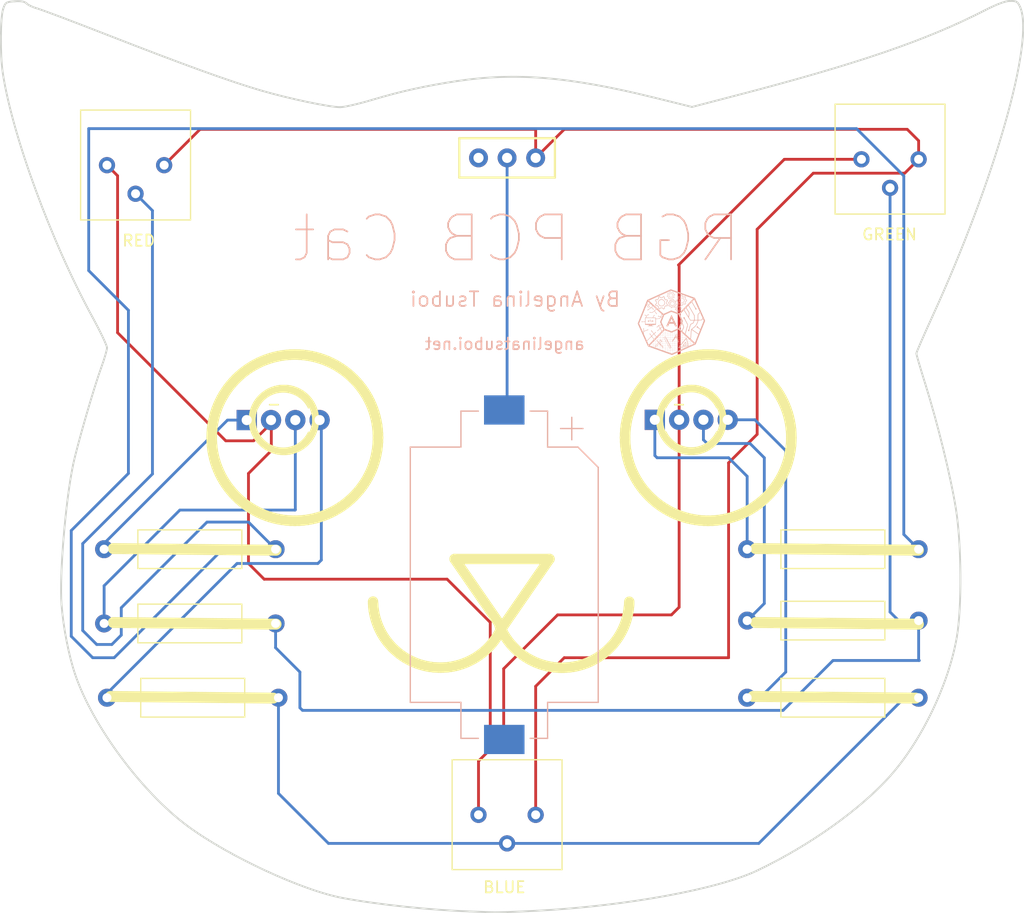
<source format=kicad_pcb>
(kicad_pcb (version 20221018) (generator pcbnew)
  (title_block (title "RGB Cat PCB") (date "2023-04-08") (rev "1") (company "Angelina Tsuboi"))
  (layers (0 "F.Cu" signal) (31 "B.Cu" signal) (34 "B.Paste" user) (35 "F.Paste" user) (36 "B.SilkS" user "B.Silkscreen") (37 "F.SilkS" user "F.Silkscreen") (38 "B.Mask" user) (39 "F.Mask" user) (44 "Edge.Cuts" user))
  (net 0 "")
  (net 2 "Net-(BT1-+)")
  (net 3 "+3V0")
  (net 4 "Net-(D1-RA)")
  (net 5 "RED")
  (net 6 "Net-(D1-GA)")
  (net 7 "GREEN")
  (net 8 "Net-(D1-BA)")
  (net 9 "BLUE")
  (net 10 "Net-(D2-RA)")
  (net 11 "Net-(D2-GA)")
  (net 12 "Net-(D2-BA)")
  (net 13 "GNDREF")
  (footprint "Resistor_THT:R_Axial_DIN0309_L9.0mm_D3.2mm_P15.24mm_Horizontal" (layer "F.Cu") (at 161.719396 101.279573)
    (fp_text reference "R4" hide)
    (fp_text value "R")
  )
  (footprint "Resistor_THT:R_Axial_DIN0309_L9.0mm_D3.2mm_P15.24mm_Horizontal" (layer "F.Cu") (at 161.719396 114.487573)
    (fp_text reference "R6" hide)
    (fp_text value "R")
  )
  (footprint "Resistor_THT:R_Axial_DIN0309_L9.0mm_D3.2mm_P15.24mm_Horizontal" (layer "F.Cu") (at 104.823396 114.487573)
    (fp_text reference "R3" hide)
    (fp_text value "R")
  )
  (footprint "LED_THT:LED_D5.0mm-4_RGB_Wide_Pins" (layer "F.Cu") (at 117.243996 89.798773)
    (fp_text reference "D1" hide)
    (fp_text value "LED_RKGB")
  )
  (footprint "Potentiometer_THT:Potentiometer_Bourns_3386P_Vertical" (layer "F.Cu") (at 104.823396 67.131573 -90)
    (fp_text reference "RV1" hide)
    (fp_text value "RED")
  )
  (footprint "Resistor_THT:R_Axial_DIN0309_L9.0mm_D3.2mm_P15.24mm_Horizontal" (layer "F.Cu") (at 161.719396 107.629573)
    (fp_text reference "R5" hide)
    (fp_text value "R")
  )
  (footprint "Potentiometer_THT:Potentiometer_Bourns_3386P_Vertical" (layer "F.Cu") (at 137.843396 124.901573 -90)
    (fp_text reference "RV3" hide)
    (fp_text value "BLUE")
  )
  (footprint "LED_THT:LED_D5.0mm-4_RGB_Wide_Pins" (layer "F.Cu") (at 153.515196 89.773373)
    (fp_text reference "D2" hide)
    (fp_text value "LED_RKGB")
  )
  (footprint "Resistor_THT:R_Axial_DIN0309_L9.0mm_D3.2mm_P15.24mm_Horizontal" (layer "F.Cu") (at 104.569396 101.279573)
    (fp_text reference "R1" hide)
    (fp_text value "R")
  )
  (footprint "Potentiometer_THT:Potentiometer_Bourns_3386P_Vertical" (layer "F.Cu") (at 171.879396 66.608573 -90)
    (fp_text reference "RV2" hide)
    (fp_text value "GREEN")
  )
  (footprint "SW SS12D:Schiebeschalter SS-12D00.kicad_mod" (layer "F.Cu") (at 140.383396 66.481573)
    (fp_text reference "SW1" hide)
    (fp_text value "SW_SPDT")
  )
  (footprint "Resistor_THT:R_Axial_DIN0309_L9.0mm_D3.2mm_P15.24mm_Horizontal" (layer "F.Cu") (at 104.569396 107.883573)
    (fp_text reference "R2" hide)
    (fp_text value "R")
  )
  (footprint "Graphics:icon4" (layer "B.Cu") (at 154.988396 81.086573 180)
    (fp_text reference "G***" hide)
    (fp_text value "LOGO" hide)
  )
  (footprint "Battery:BatteryHolder_Keystone_1060_1x2032" (layer "B.Cu") (at 140.1318 103.55 -90)
    (fp_text reference "BT1" hide)
    (fp_text value "BAT")
  )
  (gr_line (start 158.103983 92.264008) (end 158.222118 92.196083) (stroke (width 0.610595)) (layer "F.SilkS"))
  (gr_line (start 158.553743 91.960311) (end 158.656101 91.871646) (stroke (width 0.610595)) (layer "F.SilkS"))
  (gr_line (start 125.942035 85.437924) (end 125.652261 85.231861) (stroke (width 0.939167)) (layer "F.SilkS"))
  (gr_line (start 128.462395 93.901862) (end 128.578594 93.558446) (stroke (width 0.939167)) (layer "F.SilkS"))
  (gr_line (start 123.023561 91.128529) (end 123.085859 91.006893) (stroke (width 0.610595)) (layer "F.SilkS"))
  (gr_line (start 151.233576 106.163224) (end 151.241359 105.94633) (stroke (width 0.922399)) (layer "F.SilkS"))
  (gr_line (start 118.203841 88.206627) (end 118.130464 88.321083) (stroke (width 0.610595)) (layer "F.SilkS"))
  (gr_line (start 154.735074 84.861679) (end 154.425561 85.039646) (stroke (width 0.939167)) (layer "F.SilkS"))
  (gr_line (start 138.608302 110.126872) (end 138.449666 110.274984) (stroke (width 0.922399)) (layer "F.SilkS"))
  (gr_line (start 122.537791 87.789128) (end 122.43982 87.695721) (stroke (width 0.610595)) (layer "F.SilkS"))
  (gr_line (start 120.831484 86.977447) (end 120.688223 86.966553) (stroke (width 0.610595)) (layer "F.SilkS"))
  (gr_line (start 122.337462 91.960694) (end 122.43982 91.872028) (stroke (width 0.610595)) (layer "F.SilkS"))
  (gr_line (start 163.72901 86.391089) (end 163.484285 86.134404) (stroke (width 0.939167)) (layer "F.SilkS"))
  (gr_line (start 105.375331 107.798283) (end 119.852186 107.947209) (stroke (width 0.970207)) (layer "F.SilkS"))
  (gr_line (start 139.65411 108.771738) (end 139.575534 108.906671) (stroke (width 0.922399)) (layer "F.SilkS"))
  (gr_line (start 114.279042 89.871045) (end 114.214044 90.235012) (stroke (width 0.939167)) (layer "F.SilkS"))
  (gr_line (start 155.381152 98.170807) (end 155.71679 98.303145) (stroke (width 0.939167)) (layer "F.SilkS"))
  (gr_line (start 164.180728 86.938479) (end 163.961313 86.659269) (stroke (width 0.939167)) (layer "F.SilkS"))
  (gr_line (start 118.548309 91.778621) (end 118.646281 91.872028) (stroke (width 0.610595)) (layer "F.SilkS"))
  (gr_line (start 142.897802 111.333535) (end 143.098556 111.41598) (stroke (width 0.922399)) (layer "F.SilkS"))
  (gr_line (start 130.350483 110.186761) (end 130.194971 110.035383) (stroke (width 0.922399)) (layer "F.SilkS"))
  (gr_line (start 159.171915 91.246284) (end 159.239841 91.128149) (stroke (width 0.610595)) (layer "F.SilkS"))
  (gr_line (start 118.978609 98.303117) (end 119.322026 98.419317) (stroke (width 0.939167)) (layer "F.SilkS"))
  (gr_line (start 165.068235 88.483725) (end 164.920224 88.156331) (stroke (width 0.939167)) (layer "F.SilkS"))
  (gr_line (start 133.198173 111.679262) (end 132.986733 111.630396) (stroke (width 0.922399)) (layer "F.SilkS"))
  (gr_line (start 159.409141 90.753447) (end 159.453492 90.622372) (stroke (width 0.610595)) (layer "F.SilkS"))
  (gr_line (start 120.972663 86.995387) (end 120.831484 86.977447) (stroke (width 0.610595)) (layer "F.SilkS"))
  (gr_line (start 129.76267 109.549006) (end 129.630716 109.376729) (stroke (width 0.922399)) (layer "F.SilkS"))
  (gr_line (start 149.514486 110.045637) (end 149.66444 109.888766) (stroke (width 0.922399)) (layer "F.SilkS"))
  (gr_line (start 118.315578 84.698428) (end 117.996892 84.861649) (stroke (width 0.939167)) (layer "F.SilkS"))
  (gr_line (start 153.952908 89.495059) (end 153.942014 89.638321) (stroke (width 0.610595)) (layer "F.SilkS"))
  (gr_line (start 161.134972 84.550445) (end 160.799335 84.418107) (stroke (width 0.939167)) (layer "F.SilkS"))
  (gr_line (start 132.162953 111.359074) (end 131.963953 111.272464) (stroke (width 0.922399)) (layer "F.SilkS"))
  (gr_line (start 128.901261 91.740928) (end 128.910878 91.360588) (stroke (width 0.939167)) (layer "F.SilkS"))
  (gr_line (start 158.447175 87.522927) (end 158.336574 87.444277) (stroke (width 0.610595)) (layer "F.SilkS"))
  (gr_line (start 143.927334 111.671593) (end 144.139711 111.716301) (stroke (width 0.922399)) (layer "F.SilkS"))
  (gr_line (start 146.722725 111.64065) (end 146.932248 111.584169) (stroke (width 0.922399)) (layer "F.SilkS"))
  (gr_line (start 114.128883 91.360588) (end 114.1385 91.740928) (stroke (width 0.939167)) (layer "F.SilkS"))
  (gr_line (start 123.367011 84.202285) (end 123.00943 84.119755) (stroke (width 0.939167)) (layer "F.SilkS"))
  (gr_line (start 128.687696 107.435188) (end 128.633168 107.225116) (stroke (width 0.922399)) (layer "F.SilkS"))
  (gr_line (start 159.358631 88.685433) (end 159.302138 88.560474) (stroke (width 0.610595)) (layer "F.SilkS"))
  (gr_line (start 142.128098 110.93351) (end 142.315024 111.043791) (stroke (width 0.922399)) (layer "F.SilkS"))
  (gr_line (start 118.548309 87.789128) (end 118.454902 87.887099) (stroke (width 0.610595)) (layer "F.SilkS"))
  (gr_line (start 126.221244 85.657339) (end 125.942035 85.437924) (stroke (width 0.939167)) (layer "F.SilkS"))
  (gr_line (start 143.508296 111.558882) (end 143.716779 111.619077) (stroke (width 0.922399)) (layer "F.SilkS"))
  (gr_line (start 123.237213 90.622753) (end 123.275227 90.488887) (stroke (width 0.610595)) (layer "F.SilkS"))
  (gr_line (start 139.408011 109.170198) (end 139.319181 109.298615) (stroke (width 0.922399)) (layer "F.SilkS"))
  (gr_line (start 114.214044 90.235012) (end 114.167042 90.604902) (stroke (width 0.939167)) (layer "F.SilkS"))
  (gr_line (start 114.577366 88.819317) (end 114.461167 89.162733) (stroke (width 0.939167)) (layer "F.SilkS"))
  (gr_line (start 159.547814 89.353881) (end 159.523005 89.214962) (stroke (width 0.610595)) (layer "F.SilkS"))
  (gr_line (start 159.019889 91.471342) (end 159.098539 91.360741) (stroke (width 0.610595)) (layer "F.SilkS"))
  (gr_line (start 135.782129 111.661339) (end 135.569752 111.706047) (stroke (width 0.922399)) (layer "F.SilkS"))
  (gr_line (start 143.302138 111.491139) (end 143.508296 111.558882) (stroke (width 0.922399)) (layer "F.SilkS"))
  (gr_line (start 132.777208 111.573915) (end 132.569882 111.509848) (stroke (width 0.922399)) (layer "F.SilkS"))
  (gr_line (start 114.1385 91.740928) (end 114.167042 92.116274) (stroke (width 0.939167)) (layer "F.SilkS"))
  (gr_line (start 128.586216 107.013231) (end 128.546926 106.799804) (stroke (width 0.922399)) (layer "F.SilkS"))
  (gr_line (start 154.582519 87.989077) (end 154.498773 88.095646) (stroke (width 0.610595)) (layer "F.SilkS"))
  (gr_line (start 148.861279 110.616401) (end 149.032149 110.482576) (stroke (width 0.922399)) (layer "F.SilkS"))
  (gr_line (start 150.959748 107.653432) (end 151.021767 107.445442) (stroke (width 0.922399)) (layer "F.SilkS"))
  (gr_line (start 118.062538 88.439218) (end 118.00024 88.560854) (stroke (width 0.610595)) (layer "F.SilkS"))
  (gr_line (start 126.746107 86.134367) (end 126.489423 85.889642) (stroke (width 0.939167)) (layer "F.SilkS"))
  (gr_line (start 117.097728 85.437924) (end 116.818519 85.657339) (stroke (width 0.939167)) (layer "F.SilkS"))
  (gr_line (start 161.462365 98.022796) (end 161.78105 97.859576) (stroke (width 0.939167)) (layer "F.SilkS"))
  (gr_line (start 121.900226 98.741986) (end 122.275573 98.713444) (stroke (width 0.939167)) (layer "F.SilkS"))
  (gr_line (start 154.76459 91.778239) (end 154.862561 91.871646) (stroke (width 0.610595)) (layer "F.SilkS"))
  (gr_line (start 153.556702 85.657374) (end 153.288523 85.889677) (stroke (width 0.939167)) (layer "F.SilkS"))
  (gr_line (start 119.838044 87.051694) (end 119.704177 87.089708) (stroke (width 0.610595)) (layer "F.SilkS"))
  (gr_line (start 123.142352 90.881934) (end 123.192863 90.753828) (stroke (width 0.610595)) (layer "F.SilkS"))
  (gr_line (start 157.982348 92.326306) (end 158.103983 92.264008) (stroke (width 0.610595)) (layer "F.SilkS"))
  (gr_line (start 119.080265 87.371284) (end 118.965809 87.444661) (stroke (width 0.610595)) (layer "F.SilkS"))
  (gr_line (start 134.274235 111.808378) (end 134.057448 111.798013) (stroke (width 0.922399)) (layer "F.SilkS"))
  (gr_line (start 139.319181 109.298615) (end 139.227052 109.424685) (stroke (width 0.922399)) (layer "F.SilkS"))
  (gr_line (start 156.410937 84.202311) (end 156.060206 84.301908) (stroke (width 0.939167)) (layer "F.SilkS"))
  (gr_line (start 157.982348 87.240675) (end 157.857389 87.184181) (stroke (width 0.610595)) (layer "F.SilkS"))
  (gr_line (start 157.327861 87.019805) (end 157.188942 86.994997) (stroke (width 0.610595)) (layer "F.SilkS"))
  (gr_line (start 132.569882 111.509848) (end 132.365036 111.438225) (stroke (width 0.922399)) (layer "F.SilkS"))
  (gr_line (start 153.835911 85.437958) (end 153.556702 85.657374) (stroke (width 0.939167)) (layer "F.SilkS"))
  (gr_line (start 152.55481 96.061994) (end 152.787112 96.330173) (stroke (width 0.939167)) (layer "F.SilkS"))
  (gr_line (start 159.547814 90.213102) (end 159.565753 90.071921) (stroke (width 0.610595)) (layer "F.SilkS"))
  (gr_line (start 123.275227 90.488887) (end 123.306727 90.352405) (stroke (width 0.610595)) (layer "F.SilkS"))
  (gr_line (start 120.688223 86.966553) (end 120.543056 86.962883) (stroke (width 0.610595)) (layer "F.SilkS"))
  (gr_line (start 118.978609 84.41808) (end 118.642971 84.550417) (stroke (width 0.939167)) (layer "F.SilkS"))
  (gr_line (start 164.386791 87.228255) (end 164.180728 86.938479) (stroke (width 0.939167)) (layer "F.SilkS"))
  (gr_line (start 120.397887 92.601204) (end 120.543056 92.604875) (stroke (width 0.610595)) (layer "F.SilkS"))
  (gr_line (start 128.475887 106.152971) (end 128.468104 105.936076) (stroke (width 0.922399)) (layer "F.SilkS"))
  (gr_line (start 154.125685 85.231894) (end 153.835911 85.437958) (stroke (width 0.939167)) (layer "F.SilkS"))
  (gr_line (start 138.116614 110.553143) (end 137.942701 110.682928) (stroke (width 0.922399)) (layer "F.SilkS"))
  (gr_line (start 157.047763 92.58992) (end 157.188942 92.571981) (stroke (width 0.610595)) (layer "F.SilkS"))
  (gr_line (start 136.407323 111.480886) (end 136.201166 111.548628) (stroke (width 0.922399)) (layer "F.SilkS"))
  (gr_line (start 124.396795 84.550417) (end 124.061158 84.41808) (stroke (width 0.939167)) (layer "F.SilkS"))
  (gr_line (start 119.320036 87.241061) (end 119.1984 87.303359) (stroke (width 0.610595)) (layer "F.SilkS"))
  (gr_line (start 121.519887 83.969597) (end 121.139546 83.979214) (stroke (width 0.939167)) (layer "F.SilkS"))
  (gr_line (start 145.652014 111.808267) (end 145.868295 111.790144) (stroke (width 0.922399)) (layer "F.SilkS"))
  (gr_line (start 128.578594 93.558446) (end 128.67819 93.207714) (stroke (width 0.939167)) (layer "F.SilkS"))
  (gr_line (start 128.749714 107.643178) (end 128.687696 107.435188) (stroke (width 0.922399)) (layer "F.SilkS"))
  (gr_line (start 155.381152 84.550445) (end 155.053759 84.698457) (stroke (width 0.939167)) (layer "F.SilkS"))
  (gr_line (start 128.546926 106.799804) (end 128.515384 106.585105) (stroke (width 0.922399)) (layer "F.SilkS"))
  (gr_line (start 128.330057 88.48368) (end 128.182046 88.156287) (stroke (width 0.939167)) (layer "F.SilkS"))
  (gr_line (start 159.453492 90.622372) (end 159.491506 90.488504) (stroke (width 0.610595)) (layer "F.SilkS"))
  (gr_line (start 151.31555 88.819362) (end 151.199351 89.162779) (stroke (width 0.939167)) (layer "F.SilkS"))
  (gr_line (start 148.133207 111.087831) (end 148.321473 110.979912) (stroke (width 0.922399)) (layer "F.SilkS"))
  (gr_line (start 140.390273 109.308869) (end 140.482402 109.434939) (stroke (width 0.922399)) (layer "F.SilkS"))
  (gr_line (start 118.748639 91.960694) (end 118.855208 92.04444) (stroke (width 0.610595)) (layer "F.SilkS"))
  (gr_line (start 144.3536 111.753085) (end 144.568678 111.78194) (stroke (width 0.922399)) (layer "F.SilkS"))
  (gr_line (start 153.952908 90.071921) (end 153.970848 90.213102) (stroke (width 0.610595)) (layer "F.SilkS"))
  (gr_line (start 146.298214 111.73074) (end 146.511286 111.689516) (stroke (width 0.922399)) (layer "F.SilkS"))
  (gr_line (start 120.394308 84.054758) (end 120.03034 84.119755) (stroke (width 0.939167)) (layer "F.SilkS"))
  (gr_line (start 158.103983 87.302973) (end 157.982348 87.240675) (stroke (width 0.610595)) (layer "F.SilkS"))
  (gr_line (start 127.44255 86.938439) (end 127.223135 86.65923) (stroke (width 0.939167)) (layer "F.SilkS"))
  (gr_line (start 125.652261 85.231861) (end 125.352385 85.039615) (stroke (width 0.939167)) (layer "F.SilkS"))
  (gr_line (start 144.784662 111.802893) (end 145.00127 111.815974) (stroke (width 0.922399)) (layer "F.SilkS"))
  (gr_line (start 121.381929 92.478048) (end 121.513003 92.433697) (stroke (width 0.610595)) (layer "F.SilkS"))
  (gr_line (start 165.563895 90.235061) (end 165.498897 89.871093) (stroke (width 0.939167)) (layer "F.SilkS"))
  (gr_line (start 121.513003 92.433697) (end 121.641109 92.383186) (stroke (width 0.610595)) (layer "F.SilkS"))
  (gr_line (start 118.646281 87.695721) (end 118.548309 87.789128) (stroke (width 0.610595)) (layer "F.SilkS"))
  (gr_line (start 150.890325 107.859068) (end 150.959748 107.653432) (stroke (width 0.922399)) (layer "F.SilkS"))
  (gr_line (start 115.020936 94.88358) (end 115.198902 95.193093) (stroke (width 0.939167)) (layer "F.SilkS"))
  (gr_line (start 165.649055 91.360637) (end 165.639438 90.980297) (stroke (width 0.939167)) (layer "F.SilkS"))
  (gr_line (start 145.218219 111.821211) (end 145.435228 111.818632) (stroke (width 0.922399)) (layer "F.SilkS"))
  (gr_line (start 121.766067 92.326693) (end 121.887703 92.264394) (stroke (width 0.610595)) (layer "F.SilkS"))
  (gr_line (start 162.680213 97.2833) (end 162.959422 97.063885) (stroke (width 0.939167)) (layer "F.SilkS"))
  (gr_line (start 124.396795 98.170779) (end 124.724188 98.022767) (stroke (width 0.939167)) (layer "F.SilkS"))
  (gr_line (start 133.625672 111.754038) (end 133.411247 111.720486) (stroke (width 0.922399)) (layer "F.SilkS"))
  (gr_line (start 159.580318 89.783488) (end 159.576647 89.638321) (stroke (width 0.610595)) (layer "F.SilkS"))
  (gr_line (start 123.192863 88.81392) (end 123.142352 88.685814) (stroke (width 0.610595)) (layer "F.SilkS"))
  (gr_line (start 117.754564 90.213487) (end 117.779372 90.352405) (stroke (width 0.610595)) (layer "F.SilkS"))
  (gr_line (start 128.760719 89.871045) (end 128.67819 89.513463) (stroke (width 0.939167)) (layer "F.SilkS"))
  (gr_line (start 157.188942 92.571981) (end 157.327861 92.547172) (stroke (width 0.610595)) (layer "F.SilkS"))
  (gr_line (start 123.717742 98.419317) (end 124.061158 98.303117) (stroke (width 0.939167)) (layer "F.SilkS"))
  (gr_line (start 117.943747 88.685814) (end 117.893236 88.81392) (stroke (width 0.610595)) (layer "F.SilkS"))
  (gr_line (start 153.288523 96.831583) (end 153.556702 97.063885) (stroke (width 0.939167)) (layer "F.SilkS"))
  (gr_line (start 128.018825 94.88358) (end 128.182046 94.564894) (stroke (width 0.939167)) (layer "F.SilkS"))
  (gr_line (start 121.887703 92.264394) (end 122.005837 92.196468) (stroke (width 0.610595)) (layer "F.SilkS"))
  (gr_line (start 159.491506 90.488504) (end 159.523005 90.352022) (stroke (width 0.610595)) (layer "F.SilkS"))
  (gr_line (start 157.327861 92.547172) (end 157.464342 92.515673) (stroke (width 0.610595)) (layer "F.SilkS"))
  (gr_line (start 154.420123 91.360741) (end 154.498773 91.471342) (stroke (width 0.610595)) (layer "F.SilkS"))
  (gr_line (start 163.72901 96.330173) (end 163.961313 96.061994) (stroke (width 0.939167)) (layer "F.SilkS"))
  (gr_line (start 149.358973 110.197015) (end 149.514486 110.045637) (stroke (width 0.922399)) (layer "F.SilkS"))
  (gr_line (start 127.223135 86.65923) (end 126.990833 86.391052) (stroke (width 0.939167)) (layer "F.SilkS"))
  (gr_line (start 128.491676 106.369403) (end 128.475887 106.152971) (stroke (width 0.922399)) (layer "F.SilkS"))
  (gr_line (start 147.546498 111.369328) (end 147.745499 111.282718) (stroke (width 0.922399)) (layer "F.SilkS"))
  (gr_line (start 117.736624 89.495446) (end 117.72573 89.63871) (stroke (width 0.610595)) (layer "F.SilkS"))
  (gr_line (start 154.10952 90.753447) (end 154.16003 90.881553) (stroke (width 0.610595)) (layer "F.SilkS"))
  (gr_line (start 156.190804 87.019805) (end 156.054322 87.051305) (stroke (width 0.610595)) (layer "F.SilkS"))
  (gr_line (start 159.576647 89.928658) (end 159.580318 89.783488) (stroke (width 0.610595)) (layer "F.SilkS"))
  (gr_line (start 127.84086 87.528089) (end 127.648613 87.228214) (stroke (width 0.939167)) (layer "F.SilkS"))
  (gr_line (start 150.952228 90.235061) (end 150.905226 90.60495) (stroke (width 0.939167)) (layer "F.SilkS"))
  (gr_line (start 154.425561 97.68161) (end 154.735074 97.859576) (stroke (width 0.939167)) (layer "F.SilkS"))
  (gr_line (start 118.366237 87.989457) (end 118.282491 88.096026) (stroke (width 0.610595)) (layer "F.SilkS"))
  (gr_line (start 151.076295 107.23537) (end 151.123247 107.023485) (stroke (width 0.922399)) (layer "F.SilkS"))
  (gr_line (start 117.810872 89.078863) (end 117.779372 89.215346) (stroke (width 0.610595)) (layer "F.SilkS"))
  (gr_line (start 116.293655 86.134367) (end 116.048929 86.391052) (stroke (width 0.939167)) (layer "F.SilkS"))
  (gr_line (start 156.614165 86.966163) (end 156.470903 86.977057) (stroke (width 0.610595)) (layer "F.SilkS"))
  (gr_line (start 155.536315 87.240675) (end 155.41468 87.302973) (stroke (width 0.610595)) (layer "F.SilkS"))
  (gr_line (start 165.498897 89.871093) (end 165.416367 89.513511) (stroke (width 0.939167)) (layer "F.SilkS"))
  (gr_line (start 146.083789 111.764292) (end 146.298214 111.73074) (stroke (width 0.922399)) (layer "F.SilkS"))
  (gr_line (start 122.275573 84.007756) (end 121.900226 83.979214) (stroke (width 0.939167)) (layer "F.SilkS"))
  (gr_line (start 115.391149 95.49297) (end 115.597212 95.782745) (stroke (width 0.939167)) (layer "F.SilkS"))
  (gr_line (start 128.901261 90.980248) (end 128.872719 90.604902) (stroke (width 0.939167)) (layer "F.SilkS"))
  (gr_line (start 137.58136 110.923256) (end 137.394434 111.033537) (stroke (width 0.922399)) (layer "F.SilkS"))
  (gr_line (start 158.847478 91.680268) (end 158.936143 91.57791) (stroke (width 0.610595)) (layer "F.SilkS"))
  (gr_line (start 140.990475 110.02699) (end 141.101161 110.137126) (stroke (width 0.922399)) (layer "F.SilkS"))
  (gr_line (start 151.447887 88.483725) (end 151.31555 88.819362) (stroke (width 0.939167)) (layer "F.SilkS"))
  (gr_line (start 120.764198 84.007756) (end 120.394308 84.054758) (stroke (width 0.939167)) (layer "F.SilkS"))
  (gr_line (start 158.936143 87.989077) (end 158.847478 87.886718) (stroke (width 0.610595)) (layer "F.SilkS"))
  (gr_line (start 148.685729 110.744019) (end 148.861279 110.616401) (stroke (width 0.922399)) (layer "F.SilkS"))
  (gr_line (start 123.331535 89.354266) (end 123.306727 89.215346) (stroke (width 0.610595)) (layer "F.SilkS"))
  (gr_line (start 120.543056 92.604875) (end 120.688223 92.601204) (stroke (width 0.610595)) (layer "F.SilkS"))
  (gr_line (start 158.936143 91.57791) (end 159.019889 91.471342) (stroke (width 0.610595)) (layer "F.SilkS"))
  (gr_line (start 119.672757 84.202285) (end 119.322026 84.301881) (stroke (width 0.939167)) (layer "F.SilkS"))
  (gr_line (start 128.578594 89.162733) (end 128.462395 88.819317) (stroke (width 0.939167)) (layer "F.SilkS"))
  (gr_line (start 150.905226 90.60495) (end 150.876684 90.980297) (stroke (width 0.939167)) (layer "F.SilkS"))
  (gr_line (start 140.13392 108.916925) (end 140.215973 109.049775) (stroke (width 0.922399)) (layer "F.SilkS"))
  (gr_line (start 122.005837 87.371284) (end 121.887703 87.303359) (stroke (width 0.610595)) (layer "F.SilkS"))
  (gr_line (start 117.848886 90.622753) (end 117.893236 90.753828) (stroke (width 0.610595)) (layer "F.SilkS"))
  (gr_line (start 159.239841 91.128149) (end 159.302138 91.006513) (stroke (width 0.610595)) (layer "F.SilkS"))
  (gr_line (start 117.893236 88.81392) (end 117.848886 88.944996) (stroke (width 0.610595)) (layer "F.SilkS"))
  (gr_line (start 140.215973 109.049775) (end 140.301443 109.180452) (stroke (width 0.922399)) (layer "F.SilkS"))
  (gr_line (start 117.722059 89.783879) (end 117.72573 89.929046) (stroke (width 0.610595)) (layer "F.SilkS"))
  (gr_line (start 123.349475 90.072308) (end 123.360369 89.929046) (stroke (width 0.610595)) (layer "F.SilkS"))
  (gr_line (start 149.946787 109.55926) (end 150.078741 109.386983) (stroke (width 0.922399)) (layer "F.SilkS"))
  (gr_line (start 150.540307 108.652675) (end 150.638488 108.459154) (stroke (width 0.922399)) (layer "F.SilkS"))
  (gr_line (start 122.005837 92.196468) (end 122.120293 92.123091) (stroke (width 0.610595)) (layer "F.SilkS"))
  (gr_line (start 138.718986 110.016737) (end 138.608302 110.126872) (stroke (width 0.922399)) (layer "F.SilkS"))
  (gr_line (start 121.887703 87.303359) (end 121.766067 87.241061) (stroke (width 0.610595)) (layer "F.SilkS"))
  (gr_line (start 141.945258 110.816597) (end 142.128098 110.93351) (stroke (width 0.922399)) (layer "F.SilkS"))
  (gr_line (start 128.515384 106.585105) (end 128.491676 106.369403) (stroke (width 0.922399)) (layer "F.SilkS"))
  (gr_line (start 156.190804 92.547172) (end 156.329723 92.571981) (stroke (width 0.610595)) (layer "F.SilkS"))
  (gr_line (start 126.746107 96.586821) (end 126.990833 96.330135) (stroke (width 0.939167)) (layer "F.SilkS"))
  (gr_line (start 157.598209 87.089319) (end 157.464342 87.051305) (stroke (width 0.610595)) (layer "F.SilkS"))
  (gr_line (start 155.41468 92.264008) (end 155.536315 92.326306) (stroke (width 0.610595)) (layer "F.SilkS"))
  (gr_line (start 123.306727 89.215346) (end 123.275227 89.078863) (stroke (width 0.610595)) (layer "F.SilkS"))
  (gr_line (start 165.416367 89.513511) (end 165.316771 89.162779) (stroke (width 0.939167)) (layer "F.SilkS"))
  (gr_line (start 162.220936 114.373332) (end 176.697816 114.522258) (stroke (width 0.970207)) (layer "F.SilkS"))
  (gr_line (start 154.671184 87.886718) (end 154.582519 87.989077) (stroke (width 0.610595)) (layer "F.SilkS"))
  (gr_line (start 116.048929 96.330135) (end 116.293655 96.586821) (stroke (width 0.939167)) (layer "F.SilkS"))
  (gr_line (start 153.031838 86.134404) (end 152.787112 86.391089) (stroke (width 0.939167)) (layer "F.SilkS"))
  (gr_line (start 161.78105 84.861679) (end 161.462365 84.698457) (stroke (width 0.939167)) (layer "F.SilkS"))
  (gr_line (start 135.992684 111.608823) (end 135.782129 111.661339) (stroke (width 0.922399)) (layer "F.SilkS"))
  (gr_line (start 155.78938 92.433309) (end 155.920455 92.477659) (stroke (width 0.610595)) (layer "F.SilkS"))
  (gr_line (start 120.254625 92.59031) (end 120.397887 92.601204) (stroke (width 0.610595)) (layer "F.SilkS"))
  (gr_line (start 142.700128 111.243935) (end 142.897802 111.333535) (stroke (width 0.922399)) (layer "F.SilkS"))
  (gr_line (start 150.876684 90.980297) (end 150.867067 91.360637) (stroke (width 0.939167)) (layer "F.SilkS"))
  (gr_line (start 158.754072 91.778239) (end 158.847478 91.680268) (stroke (width 0.610595)) (layer "F.SilkS"))
  (gr_line (start 154.582519 91.57791) (end 154.671184 91.680268) (stroke (width 0.610595)) (layer "F.SilkS"))
  (gr_line (start 117.779372 89.215346) (end 117.754564 89.354266) (stroke (width 0.610595)) (layer "F.SilkS"))
  (gr_line (start 157.729284 92.433309) (end 157.857389 92.382799) (stroke (width 0.610595)) (layer "F.SilkS"))
  (gr_line (start 121.766067 87.241061) (end 121.641109 87.184569) (stroke (width 0.610595)) (layer "F.SilkS"))
  (gr_line (start 155.071488 87.522927) (end 154.96492 87.606674) (stroke (width 0.610595)) (layer "F.SilkS"))
  (gr_line (start 159.239841 88.438838) (end 159.171915 88.320704) (stroke (width 0.610595)) (layer "F.SilkS"))
  (gr_line (start 155.78938 87.133671) (end 155.661275 87.184181) (stroke (width 0.610595)) (layer "F.SilkS"))
  (gr_line (start 120.254625 86.977447) (end 120.113445 86.995387) (stroke (width 0.610595)) (layer "F.SilkS"))
  (gr_line (start 129.169153 108.642421) (end 129.070972 108.4489) (stroke (width 0.922399)) (layer "F.SilkS"))
  (gr_line (start 123.360369 89.929046) (end 123.364039 89.783879) (stroke (width 0.610595)) (layer "F.SilkS"))
  (gr_line (start 119.838044 92.516062) (end 119.974526 92.547562) (stroke (width 0.610595)) (layer "F.SilkS"))
  (gr_line (start 123.192863 90.753828) (end 123.237213 90.622753) (stroke (width 0.610595)) (layer "F.SilkS"))
  (gr_line (start 117.687379 85.039615) (end 117.387503 85.231861) (stroke (width 0.939167)) (layer "F.SilkS"))
  (gr_line (start 144.139711 111.716301) (end 144.3536 111.753085) (stroke (width 0.922399)) (layer "F.SilkS"))
  (gr_line (start 164.386791 95.493011) (end 164.579037 95.193135) (stroke (width 0.939167)) (layer "F.SilkS"))
  (gr_line (start 131.203735 110.854994) (end 131.023727 110.733765) (stroke (width 0.922399)) (layer "F.SilkS"))
  (gr_line (start 162.390438 97.489363) (end 162.680213 97.2833) (stroke (width 0.939167)) (layer "F.SilkS"))
  (gr_line (start 123.085859 91.006893) (end 123.142352 90.881934) (stroke (width 0.610595)) (layer "F.SilkS"))
  (gr_line (start 162.390438 85.231894) (end 162.090563 85.039646) (stroke (width 0.939167)) (layer "F.SilkS"))
  (gr_line (start 147.139573 111.520102) (end 147.344417 111.448479) (stroke (width 0.922399)) (layer "F.SilkS"))
  (gr_line (start 118.642971 84.550417) (end 118.315578 84.698428) (stroke (width 0.939167)) (layer "F.SilkS"))
  (gr_line (start 151.595899 88.156331) (end 151.447887 88.483725) (stroke (width 0.939167)) (layer "F.SilkS"))
  (gr_line (start 128.895878 108.051826) (end 128.819137 107.848814) (stroke (width 0.922399)) (layer "F.SilkS"))
  (gr_line (start 151.123247 107.023485) (end 151.162537 106.810058) (stroke (width 0.922399)) (layer "F.SilkS"))
  (gr_line (start 130.194971 110.035383) (end 130.045017 109.878512) (stroke (width 0.922399)) (layer "F.SilkS"))
  (gr_line (start 154.10952 88.813539) (end 154.065169 88.944614) (stroke (width 0.610595)) (layer "F.SilkS"))
  (gr_line (start 164.920224 94.564938) (end 165.068235 94.237545) (stroke (width 0.939167)) (layer "F.SilkS"))
  (gr_line (start 161.134972 98.170807) (end 161.462365 98.022796) (stroke (width 0.939167)) (layer "F.SilkS"))
  (gr_line (start 118.748639 87.607056) (end 118.646281 87.695721) (stroke (width 0.610595)) (layer "F.SilkS"))
  (gr_line (start 141.101161 110.137126) (end 141.259795 110.285238) (stroke (width 0.922399)) (layer "F.SilkS"))
  (gr_line (start 114.279042 92.850132) (end 114.361571 93.207714) (stroke (width 0.939167)) (layer "F.SilkS"))
  (gr_line (start 150.204256 109.209929) (end 150.323104 109.028332) (stroke (width 0.922399)) (layer "F.SilkS"))
  (gr_line (start 151.099755 89.513511) (end 151.017225 89.871093) (stroke (width 0.939167)) (layer "F.SilkS"))
  (gr_line (start 155.71679 84.418107) (end 155.381152 84.550445) (stroke (width 0.939167)) (layer "F.SilkS"))
  (gr_line (start 105.131654 114.373576) (end 119.608534 114.522502) (stroke (width 0.970207)) (layer "F.SilkS"))
  (gr_line (start 157.502377 98.713469) (end 157.877724 98.742011) (stroke (width 0.939167)) (layer "F.SilkS"))
  (gr_line (start 149.198121 110.342721) (end 149.358973 110.197015) (stroke (width 0.922399)) (layer "F.SilkS"))
  (gr_line (start 125.042873 97.859546) (end 125.352385 97.681579) (stroke (width 0.939167)) (layer "F.SilkS"))
  (gr_line (start 118.646281 91.872028) (end 118.748639 91.960694) (stroke (width 0.610595)) (layer "F.SilkS"))
  (gr_line (start 128.018825 87.837602) (end 127.84086 87.528089) (stroke (width 0.939167)) (layer "F.SilkS"))
  (gr_line (start 157.047763 86.977057) (end 156.904501 86.966163) (stroke (width 0.610595)) (layer "F.SilkS"))
  (gr_line (start 162.959422 85.657374) (end 162.680213 85.437958) (stroke (width 0.939167)) (layer "F.SilkS"))
  (gr_line (start 158.553743 87.606674) (end 158.447175 87.522927) (stroke (width 0.610595)) (layer "F.SilkS"))
  (gr_line (start 152.335395 95.782785) (end 152.55481 96.061994) (stroke (width 0.939167)) (layer "F.SilkS"))
  (gr_line (start 146.932248 111.584169) (end 147.139573 111.520102) (stroke (width 0.922399)) (layer "F.SilkS"))
  (gr_line (start 138.93146 109.787927) (end 138.826725 109.903725) (stroke (width 0.922399)) (layer "F.SilkS"))
  (gr_line (start 121.111581 87.020195) (end 120.972663 86.995387) (stroke (width 0.610595)) (layer "F.SilkS"))
  (gr_line (start 132.986733 111.630396) (end 132.777208 111.573915) (stroke (width 0.922399)) (layer "F.SilkS"))
  (gr_line (start 155.053759 98.022796) (end 155.381152 98.170807) (stroke (width 0.939167)) (layer "F.SilkS"))
  (gr_line (start 123.275227 89.078863) (end 123.237213 88.944996) (stroke (width 0.610595)) (layer "F.SilkS"))
  (gr_line (start 120.113445 92.572371) (end 120.254625 92.59031) (stroke (width 0.610595)) (layer "F.SilkS"))
  (gr_line (start 165.563895 92.486212) (end 165.610896 92.116323) (stroke (width 0.939167)) (layer "F.SilkS"))
  (gr_line (start 157.464342 87.051305) (end 157.327861 87.019805) (stroke (width 0.610595)) (layer "F.SilkS"))
  (gr_line (start 118.062538 91.128529) (end 118.130464 91.246664) (stroke (width 0.610595)) (layer "F.SilkS"))
  (gr_line (start 139.493481 109.039521) (end 139.408011 109.170198) (stroke (width 0.922399)) (layer "F.SilkS"))
  (gr_line (start 128.825717 92.486164) (end 128.872719 92.116274) (stroke (width 0.939167)) (layer "F.SilkS"))
  (gr_line (start 128.67819 93.207714) (end 128.760719 92.850132) (stroke (width 0.939167)) (layer "F.SilkS"))
  (gr_line (start 114.1385 90.980248) (end 114.128883 91.360588) (stroke (width 0.939167)) (layer "F.SilkS"))
  (gr_line (start 140.055345 108.781992) (end 140.13392 108.916925) (stroke (width 0.922399)) (layer "F.SilkS"))
  (gr_line (start 127.84086 95.193093) (end 128.018825 94.88358) (stroke (width 0.939167)) (layer "F.SilkS"))
  (gr_line (start 121.139546 98.741986) (end 121.519887 98.751604) (stroke (width 0.939167)) (layer "F.SilkS"))
  (gr_line (start 126.990833 86.391052) (end 126.746107 86.134367) (stroke (width 0.939167)) (layer "F.SilkS"))
  (gr_line (start 159.565753 89.495059) (end 159.547814 89.353881) (stroke (width 0.610595)) (layer "F.SilkS"))
  (gr_line (start 118.130464 91.246664) (end 118.203841 91.36112) (stroke (width 0.610595)) (layer "F.SilkS"))
  (gr_line (start 126.489423 96.831548) (end 126.746107 96.586821) (stroke (width 0.939167)) (layer "F.SilkS"))
  (gr_line (start 119.322026 84.301881) (end 118.978609 84.41808) (stroke (width 0.939167)) (layer "F.SilkS"))
  (gr_line (start 123.023561 88.439218) (end 122.955635 88.321083) (stroke (width 0.610595)) (layer "F.SilkS"))
  (gr_line (start 136.811658 111.323281) (end 136.610905 111.405726) (stroke (width 0.922399)) (layer "F.SilkS"))
  (gr_line (start 125.352385 97.681579) (end 125.652261 97.489331) (stroke (width 0.939167)) (layer "F.SilkS"))
  (gr_line (start 153.995656 89.214962) (end 153.970848 89.353881) (stroke (width 0.610595)) (layer "F.SilkS"))
  (gr_line (start 151.194079 106.595359) (end 151.217787 106.379657) (stroke (width 0.922399)) (layer "F.SilkS"))
  (gr_line (start 120.03034 98.601444) (end 120.394308 98.666442) (stroke (width 0.939167)) (layer "F.SilkS"))
  (gr_line (start 155.920455 92.477659) (end 156.054322 92.515673) (stroke (width 0.610595)) (layer "F.SilkS"))
  (gr_line (start 150.876684 91.740976) (end 150.905226 92.116323) (stroke (width 0.939167)) (layer "F.SilkS"))
  (gr_line (start 118.965809 92.123091) (end 119.080265 92.196468) (stroke (width 0.610595)) (layer "F.SilkS"))
  (gr_line (start 118.454902 87.887099) (end 118.366237 87.989457) (stroke (width 0.610595)) (layer "F.SilkS"))
  (gr_line (start 122.631198 87.887099) (end 122.537791 87.789128) (stroke (width 0.610595)) (layer "F.SilkS"))
  (gr_line (start 128.872719 92.116274) (end 128.901261 91.740928) (stroke (width 0.939167)) (layer "F.SilkS"))
  (gr_line (start 119.444996 87.184569) (end 119.320036 87.241061) (stroke (width 0.610595)) (layer "F.SilkS"))
  (gr_line (start 128.182046 94.564894) (end 128.330057 94.2375) (stroke (width 0.939167)) (layer "F.SilkS"))
  (gr_line (start 118.315578 98.022767) (end 118.642971 98.170779) (stroke (width 0.939167)) (layer "F.SilkS"))
  (gr_line (start 118.855208 92.04444) (end 118.965809 92.123091) (stroke (width 0.610595)) (layer "F.SilkS"))
  (gr_line (start 115.020936 87.837602) (end 114.857715 88.156287) (stroke (width 0.939167)) (layer "F.SilkS"))
  (gr_line (start 125.652261 97.489331) (end 125.942035 97.283267) (stroke (width 0.939167)) (layer "F.SilkS"))
  (gr_line (start 122.275573 98.713444) (end 122.645462 98.666442) (stroke (width 0.939167)) (layer "F.SilkS"))
  (gr_line (start 129.630716 109.376729) (end 129.505202 109.199675) (stroke (width 0.922399)) (layer "F.SilkS"))
  (gr_line (start 156.904501 86.966163) (end 156.759334 86.962492) (stroke (width 0.610595)) (layer "F.SilkS"))
  (gr_line (start 128.633168 107.225116) (end 128.586216 107.013231) (stroke (width 0.922399)) (layer "F.SilkS"))
  (gr_line (start 115.816627 96.061955) (end 116.048929 96.330135) (stroke (width 0.939167)) (layer "F.SilkS"))
  (gr_line (start 164.579037 95.193135) (end 164.757003 94.883623) (stroke (width 0.939167)) (layer "F.SilkS"))
  (gr_line (start 151.31555 93.901908) (end 151.447887 94.237545) (stroke (width 0.939167)) (layer "F.SilkS"))
  (gr_line (start 117.996892 84.861649) (end 117.687379 85.039615) (stroke (width 0.939167)) (layer "F.SilkS"))
  (gr_line (start 143.098556 111.41598) (end 143.302138 111.491139) (stroke (width 0.922399)) (layer "F.SilkS"))
  (gr_line (start 151.595899 94.564938) (end 151.759119 94.883623) (stroke (width 0.939167)) (layer "F.SilkS"))
  (gr_line (start 139.868384 108.355313) (end 139.800594 108.495971) (stroke (width 0.922399)) (layer "F.SilkS"))
  (gr_line (start 122.882259 88.206627) (end 122.803609 88.096026) (stroke (width 0.610595)) (layer "F.SilkS"))
  (gr_line (start 118.366237 91.57829) (end 118.454902 91.680649) (stroke (width 0.610595)) (layer "F.SilkS"))
  (gr_line (start 165.068235 94.237545) (end 165.200572 93.901908) (stroke (width 0.939167)) (layer "F.SilkS"))
  (gr_line (start 151.162537 106.810058) (end 151.194079 106.595359) (stroke (width 0.922399)) (layer "F.SilkS"))
  (gr_line (start 151.937085 87.528131) (end 151.759119 87.837645) (stroke (width 0.939167)) (layer "F.SilkS"))
  (gr_line (start 152.787112 96.330173) (end 153.031838 96.586857) (stroke (width 0.939167)) (layer "F.SilkS"))
  (gr_line (start 149.66444 109.888766) (end 149.808613 109.726581) (stroke (width 0.922399)) (layer "F.SilkS"))
  (gr_line (start 114.167042 90.604902) (end 114.1385 90.980248) (stroke (width 0.939167)) (layer "F.SilkS"))
  (gr_line (start 137.009332 111.233681) (end 136.811658 111.323281) (stroke (width 0.922399)) (layer "F.SilkS"))
  (gr_line (start 157.132487 84.054783) (end 156.768519 84.119781) (stroke (width 0.939167)) (layer "F.SilkS"))
  (gr_line (start 165.639438 91.740976) (end 165.649055 91.360637) (stroke (width 0.939167)) (layer "F.SilkS"))
  (gr_line (start 152.335395 86.938479) (end 152.129332 87.228255) (stroke (width 0.939167)) (layer "F.SilkS"))
  (gr_line (start 122.645462 98.666442) (end 123.00943 98.601444) (stroke (width 0.939167)) (layer "F.SilkS"))
  (gr_line (start 120.113445 86.995387) (end 119.974526 87.020195) (stroke (width 0.610595)) (layer "F.SilkS"))
  (gr_line (start 136.201166 111.548628) (end 135.992684 111.608823) (stroke (width 0.922399)) (layer "F.SilkS"))
  (gr_line (start 117.736624 90.072308) (end 117.754564 90.213487) (stroke (width 0.610595)) (layer "F.SilkS"))
  (gr_line (start 139.800594 108.495971) (end 139.72915 108.634809) (stroke (width 0.922399)) (layer "F.SilkS"))
  (gr_line (start 165.610896 92.116323) (end 165.639438 91.740976) (stroke (width 0.939167)) (layer "F.SilkS"))
  (gr_line (start 114.709704 94.2375) (end 114.857715 94.564894) (stroke (width 0.939167)) (layer "F.SilkS"))
  (gr_line (start 159.019889 88.095646) (end 158.936143 87.989077) (stroke (width 0.610595)) (layer "F.SilkS"))
  (gr_line (start 151.759119 94.883623) (end 151.937085 95.193135) (stroke (width 0.939167)) (layer "F.SilkS"))
  (gr_line (start 155.296545 87.3709) (end 155.182089 87.444277) (stroke (width 0.610595)) (layer "F.SilkS"))
  (gr_line (start 156.470903 86.977057) (end 156.329723 86.994997) (stroke (width 0.610595)) (layer "F.SilkS"))
  (gr_line (start 154.16003 88.685433) (end 154.10952 88.813539) (stroke (width 0.610595)) (layer "F.SilkS"))
  (gr_line (start 149.808613 109.726581) (end 149.946787 109.55926) (stroke (width 0.922399)) (layer "F.SilkS"))
  (gr_line (start 151.199351 93.558492) (end 151.31555 93.901908) (stroke (width 0.939167)) (layer "F.SilkS"))
  (gr_line (start 119.573101 87.134058) (end 119.444996 87.184569) (stroke (width 0.610595)) (layer "F.SilkS"))
  (gr_line (start 162.680213 85.437958) (end 162.390438 85.231894) (stroke (width 0.939167)) (layer "F.SilkS"))
  (gr_line (start 131.768311 111.178572) (end 131.576247 111.077577) (stroke (width 0.922399)) (layer "F.SilkS"))
  (gr_line (start 123.717742 84.301881) (end 123.367011 84.202285) (stroke (width 0.939167)) (layer "F.SilkS"))
  (gr_line (start 159.01375 98.713469) (end 159.38364 98.666467) (stroke (width 0.939167)) (layer "F.SilkS"))
  (gr_line (start 116.818519 97.063851) (end 117.097728 97.283267) (stroke (width 0.939167)) (layer "F.SilkS"))
  (gr_line (start 164.180728 95.782785) (end 164.386791 95.493011) (stroke (width 0.939167)) (layer "F.SilkS"))
  (gr_line (start 158.258064 98.751628) (end 158.638404 98.742011) (stroke (width 0.939167)) (layer "F.SilkS"))
  (gr_line (start 158.222118 87.3709) (end 158.103983 87.302973) (stroke (width 0.610595)) (layer "F.SilkS"))
  (gr_line (start 147.344417 111.448479) (end 147.546498 111.369328) (stroke (width 0.922399)) (layer "F.SilkS"))
  (gr_line (start 117.754564 89.354266) (end 117.736624 89.495446) (stroke (width 0.610595)) (layer "F.SilkS"))
  (gr_line (start 165.639438 90.980297) (end 165.610896 90.60495) (stroke (width 0.939167)) (layer "F.SilkS"))
  (gr_line (start 151.099755 93.207761) (end 151.199351 93.558492) (stroke (width 0.939167)) (layer "F.SilkS"))
  (gr_line (start 127.223135 96.061955) (end 127.44255 95.782745) (stroke (width 0.939167)) (layer "F.SilkS"))
  (gr_line (start 141.423773 110.427372) (end 141.592844 110.563397) (stroke (width 0.922399)) (layer "F.SilkS"))
  (gr_line (start 127.648613 87.228214) (end 127.44255 86.938439) (stroke (width 0.939167)) (layer "F.SilkS"))
  (gr_line (start 164.757003 94.883623) (end 164.920224 94.564938) (stroke (width 0.939167)) (layer "F.SilkS"))
  (gr_line (start 139.992763 108.068889) (end 139.93246 108.212923) (stroke (width 0.922399)) (layer "F.SilkS"))
  (gr_line (start 120.543056 86.962883) (end 120.397887 86.966553) (stroke (width 0.610595)) (layer "F.SilkS"))
  (gr_line (start 150.813583 108.06208) (end 150.890325 107.859068) (stroke (width 0.922399)) (layer "F.SilkS"))
  (gr_line (start 120.831484 92.59031) (end 120.972663 92.572371) (stroke (width 0.610595)) (layer "F.SilkS"))
  (gr_line (start 147.941142 111.188826) (end 148.133207 111.087831) (stroke (width 0.922399)) (layer "F.SilkS"))
  (gr_line (start 160.799335 98.303145) (end 161.134972 98.170807) (stroke (width 0.939167)) (layer "F.SilkS"))
  (gr_line (start 163.961313 86.659269) (end 163.72901 86.391089) (stroke (width 0.939167)) (layer "F.SilkS"))
  (gr_line (start 140.676324 109.679682) (end 140.777998 109.798181) (stroke (width 0.922399)) (layer "F.SilkS"))
  (gr_line (start 139.936024 108.261955) (end 135.719789 102.150896) (stroke (width 0.926061)) (layer "F.SilkS"))
  (gr_line (start 119.672757 98.518914) (end 120.03034 98.601444) (stroke (width 0.939167)) (layer "F.SilkS"))
  (gr_line (start 122.955635 88.321083) (end 122.882259 88.206627) (stroke (width 0.610595)) (layer "F.SilkS"))
  (gr_line (start 154.425561 85.039646) (end 154.125685 85.231894) (stroke (width 0.939167)) (layer "F.SilkS"))
  (gr_line (start 121.519887 98.751604) (end 121.900226 98.741986) (stroke (width 0.939167)) (layer "F.SilkS"))
  (gr_line (start 128.760719 92.850132) (end 128.825717 92.486164) (stroke (width 0.939167)) (layer "F.SilkS"))
  (gr_line (start 118.282491 91.471722) (end 118.366237 91.57829) (stroke (width 0.610595)) (layer "F.SilkS"))
  (gr_line (start 140.482402 109.434939) (end 140.577772 109.558572) (stroke (width 0.922399)) (layer "F.SilkS"))
  (gr_line (start 122.43982 91.872028) (end 122.537791 91.778621) (stroke (width 0.610595)) (layer "F.SilkS"))
  (gr_line (start 155.661275 87.184181) (end 155.536315 87.240675) (stroke (width 0.610595)) (layer "F.SilkS"))
  (gr_line (start 155.661275 92.382799) (end 155.78938 92.433309) (stroke (width 0.610595)) (layer "F.SilkS"))
  (gr_line (start 126.990833 96.330135) (end 127.223135 96.061955) (stroke (width 0.939167)) (layer "F.SilkS"))
  (gr_line (start 151.759119 87.837645) (end 151.595899 88.156331) (stroke (width 0.939167)) (layer "F.SilkS"))
  (gr_line (start 157.877724 98.742011) (end 158.258064 98.751628) (stroke (width 0.939167)) (layer "F.SilkS"))
  (gr_line (start 157.188942 86.994997) (end 157.047763 86.977057) (stroke (width 0.610595)) (layer "F.SilkS"))
  (gr_line (start 152.55481 86.659269) (end 152.335395 86.938479) (stroke (width 0.939167)) (layer "F.SilkS"))
  (gr_line (start 158.754072 87.788746) (end 158.656101 87.695339) (stroke (width 0.610595)) (layer "F.SilkS"))
  (gr_line (start 120.688223 92.601204) (end 120.831484 92.59031) (stroke (width 0.610595)) (layer "F.SilkS"))
  (gr_line (start 142.315024 111.043791) (end 142.505784 111.14731) (stroke (width 0.922399)) (layer "F.SilkS"))
  (gr_line (start 155.41468 87.302973) (end 155.296545 87.3709) (stroke (width 0.610595)) (layer "F.SilkS"))
  (gr_line (start 128.330057 94.2375) (end 128.462395 93.901862) (stroke (width 0.939167)) (layer "F.SilkS"))
  (gr_line (start 156.060206 98.419344) (end 156.410937 98.51894) (stroke (width 0.939167)) (layer "F.SilkS"))
  (gr_line (start 115.816627 86.65923) (end 115.597212 86.938439) (stroke (width 0.939167)) (layer "F.SilkS"))
  (gr_line (start 116.818519 85.657339) (end 116.55034 85.889642) (stroke (width 0.939167)) (layer "F.SilkS"))
  (gr_line (start 139.227052 109.424685) (end 139.131683 109.548319) (stroke (width 0.922399)) (layer "F.SilkS"))
  (gr_line (start 129.386354 109.018078) (end 129.274309 108.832237) (stroke (width 0.922399)) (layer "F.SilkS"))
  (gr_line (start 122.631198 91.680649) (end 122.719863 91.57829) (stroke (width 0.610595)) (layer "F.SilkS"))
  (gr_line (start 145.435228 111.818632) (end 145.652014 111.808267) (stroke (width 0.922399)) (layer "F.SilkS"))
  (gr_line (start 117.996892 97.859546) (end 118.315578 98.022767) (stroke (width 0.939167)) (layer "F.SilkS"))
  (gr_line (start 153.288523 85.889677) (end 153.031838 86.134404) (stroke (width 0.939167)) (layer "F.SilkS"))
  (gr_line (start 123.00943 98.601444) (end 123.367011 98.518914) (stroke (width 0.939167)) (layer "F.SilkS"))
  (gr_line (start 155.296545 92.196083) (end 155.41468 92.264008) (stroke (width 0.610595)) (layer "F.SilkS"))
  (gr_line (start 162.464613 107.798039) (end 176.941469 107.946965) (stroke (width 0.970207)) (layer "F.SilkS"))
  (gr_line (start 154.420123 88.206247) (end 154.346746 88.320704) (stroke (width 0.610595)) (layer "F.SilkS"))
  (gr_line (start 134.708193 111.80572) (end 134.491244 111.810957) (stroke (width 0.922399)) (layer "F.SilkS"))
  (gr_line (start 115.198902 87.528089) (end 115.020936 87.837602) (stroke (width 0.939167)) (layer "F.SilkS"))
  (gr_line (start 151.199351 89.162779) (end 151.099755 89.513511) (stroke (width 0.939167)) (layer "F.SilkS"))
  (gr_line (start 143.716779 111.619077) (end 143.927334 111.671593) (stroke (width 0.922399)) (layer "F.SilkS"))
  (gr_line (start 156.329723 92.571981) (end 156.470903 92.58992) (stroke (width 0.610595)) (layer "F.SilkS"))
  (gr_line (start 156.759334 86.962492) (end 156.614165 86.966163) (stroke (width 0.610595)) (layer "F.SilkS"))
  (gr_line (start 131.387982 110.969658) (end 131.203735 110.854994) (stroke (width 0.922399)) (layer "F.SilkS"))
  (gr_line (start 165.498897 92.85018) (end 165.563895 92.486212) (stroke (width 0.939167)) (layer "F.SilkS"))
  (gr_line (start 151.937085 95.193135) (end 152.129332 95.493011) (stroke (width 0.939167)) (layer "F.SilkS"))
  (gr_line (start 123.364039 89.783879) (end 123.360369 89.63871) (stroke (width 0.610595)) (layer "F.SilkS"))
  (gr_line (start 159.302138 88.560474) (end 159.239841 88.438838) (stroke (width 0.610595)) (layer "F.SilkS"))
  (gr_line (start 130.511336 110.332467) (end 130.350483 110.186761) (stroke (width 0.922399)) (layer "F.SilkS"))
  (gr_line (start 150.323104 109.028332) (end 150.43515 108.842491) (stroke (width 0.922399)) (layer "F.SilkS"))
  (gr_line (start 158.222118 92.196083) (end 158.336574 92.122706) (stroke (width 0.610595)) (layer "F.SilkS"))
  (gr_line (start 135.140785 111.771686) (end 134.924801 111.792639) (stroke (width 0.922399)) (layer "F.SilkS"))
  (gr_line (start 121.111581 92.547562) (end 121.248062 92.516062) (stroke (width 0.610595)) (layer "F.SilkS"))
  (gr_line (start 157.857389 92.382799) (end 157.982348 92.326306) (stroke (width 0.610595)) (layer "F.SilkS"))
  (gr_line (start 153.970848 90.213102) (end 153.995656 90.352022) (stroke (width 0.610595)) (layer "F.SilkS"))
  (gr_line (start 154.125685 97.489363) (end 154.425561 97.68161) (stroke (width 0.939167)) (layer "F.SilkS"))
  (gr_line (start 148.50572 110.865248) (end 148.685729 110.744019) (stroke (width 0.922399)) (layer "F.SilkS"))
  (gr_line (start 165.200572 93.901908) (end 165.316771 93.558492) (stroke (width 0.939167)) (layer "F.SilkS"))
  (gr_line (start 158.656101 87.695339) (end 158.553743 87.606674) (stroke (width 0.610595)) (layer "F.SilkS"))
  (gr_line (start 159.38364 84.054783) (end 159.01375 84.00778) (stroke (width 0.939167)) (layer "F.SilkS"))
  (gr_line (start 159.491506 89.078481) (end 159.453492 88.944614) (stroke (width 0.610595)) (layer "F.SilkS"))
  (gr_line (start 114.709704 88.48368) (end 114.577366 88.819317) (stroke (width 0.939167)) (layer "F.SilkS"))
  (gr_line (start 125.352385 85.039615) (end 125.042873 84.861649) (stroke (width 0.939167)) (layer "F.SilkS"))
  (gr_line (start 128.67819 89.513463) (end 128.578594 89.162733) (stroke (width 0.939167)) (layer "F.SilkS"))
  (gr_line (start 136.610905 111.405726) (end 136.407323 111.480886) (stroke (width 0.922399)) (layer "F.SilkS"))
  (gr_line (start 154.76459 87.788746) (end 154.671184 87.886718) (stroke (width 0.610595)) (layer "F.SilkS"))
  (gr_line (start 116.55034 85.889642) (end 116.293655 86.134367) (stroke (width 0.939167)) (layer "F.SilkS"))
  (gr_line (start 162.464955 101.223186) (end 176.94181 101.372111) (stroke (width 0.970207)) (layer "F.SilkS"))
  (gr_line (start 131.963953 111.272464) (end 131.768311 111.178572) (stroke (width 0.922399)) (layer "F.SilkS"))
  (gr_line (start 150.638488 108.459154) (end 150.729609 108.262199) (stroke (width 0.922399)) (layer "F.SilkS"))
  (gr_line (start 154.96492 91.960311) (end 155.071488 92.044057) (stroke (width 0.610595)) (layer "F.SilkS"))
  (gr_line (start 159.098539 88.206247) (end 159.019889 88.095646) (stroke (width 0.610595)) (layer "F.SilkS"))
  (gr_line (start 159.38364 98.666467) (end 159.747607 98.601469) (stroke (width 0.939167)) (layer "F.SilkS"))
  (gr_line (start 135.569752 111.706047) (end 135.355863 111.742832) (stroke (width 0.922399)) (layer "F.SilkS"))
  (gr_line (start 123.142352 88.685814) (end 123.085859 88.560854) (stroke (width 0.610595)) (layer "F.SilkS"))
  (gr_line (start 155.920455 87.089319) (end 155.78938 87.133671) (stroke (width 0.610595)) (layer "F.SilkS"))
  (gr_line (start 156.060206 84.301908) (end 155.71679 84.418107) (stroke (width 0.939167)) (layer "F.SilkS"))
  (gr_line (start 151.447887 94.237545) (end 151.595899 94.564938) (stroke (width 0.939167)) (layer "F.SilkS"))
  (gr_line (start 114.461167 93.558446) (end 114.577366 93.901862) (stroke (width 0.939167)) (layer "F.SilkS"))
  (gr_line (start 120.972663 92.572371) (end 121.111581 92.547562) (stroke (width 0.610595)) (layer "F.SilkS"))
  (gr_line (start 114.167042 92.116274) (end 114.214044 92.486164) (stroke (width 0.939167)) (layer "F.SilkS"))
  (gr_line (start 150.43515 108.842491) (end 150.540307 108.652675) (stroke (width 0.922399)) (layer "F.SilkS"))
  (gr_line (start 156.768519 98.601469) (end 157.132487 98.666467) (stroke (width 0.939167)) (layer "F.SilkS"))
  (gr_line (start 122.120293 92.123091) (end 122.230894 92.04444) (stroke (width 0.610595)) (layer "F.SilkS"))
  (gr_line (start 120.394308 98.666442) (end 120.764198 98.713444) (stroke (width 0.939167)) (layer "F.SilkS"))
  (gr_line (start 154.96492 87.606674) (end 154.862561 87.695339) (stroke (width 0.610595)) (layer "F.SilkS"))
  (gr_line (start 119.974526 92.547562) (end 120.113445 92.572371) (stroke (width 0.610595)) (layer "F.SilkS"))
  (gr_line (start 151.217787 106.379657) (end 151.233576 106.163224) (stroke (width 0.922399)) (layer "F.SilkS"))
  (gr_line (start 159.358631 90.881553) (end 159.409141 90.753447) (stroke (width 0.610595)) (layer "F.SilkS"))
  (gr_line (start 150.078741 109.386983) (end 150.204256 109.209929) (stroke (width 0.922399)) (layer "F.SilkS"))
  (gr_line (start 128.182046 88.156287) (end 128.018825 87.837602) (stroke (width 0.939167)) (layer "F.SilkS"))
  (gr_line (start 139.716701 108.079143) (end 139.777002 108.223177) (stroke (width 0.922399)) (layer "F.SilkS"))
  (gr_line (start 133.841167 111.77989) (end 133.625672 111.754038) (stroke (width 0.922399)) (layer "F.SilkS"))
  (gr_line (start 126.221244 97.063851) (end 126.489423 96.831548) (stroke (width 0.939167)) (layer "F.SilkS"))
  (gr_line (start 156.329723 86.994997) (end 156.190804 87.019805) (stroke (width 0.610595)) (layer "F.SilkS"))
  (gr_line (start 154.346746 91.246284) (end 154.420123 91.360741) (stroke (width 0.610595)) (layer "F.SilkS"))
  (gr_line (start 154.671184 91.680268) (end 154.76459 91.778239) (stroke (width 0.610595)) (layer "F.SilkS"))
  (gr_line (start 140.301443 109.180452) (end 140.390273 109.308869) (stroke (width 0.922399)) (layer "F.SilkS"))
  (gr_line (start 159.453492 88.944614) (end 159.409141 88.813539) (stroke (width 0.610595)) (layer "F.SilkS"))
  (gr_line (start 164.579037 87.528131) (end 164.386791 87.228255) (stroke (width 0.939167)) (layer "F.SilkS"))
  (gr_line (start 165.416367 93.207761) (end 165.498897 92.85018) (stroke (width 0.939167)) (layer "F.SilkS"))
  (gr_line (start 117.387503 97.489331) (end 117.687379 97.681579) (stroke (width 0.939167)) (layer "F.SilkS"))
  (gr_line (start 156.759334 92.604484) (end 156.904501 92.600814) (stroke (width 0.610595)) (layer "F.SilkS"))
  (gr_line (start 128.979852 108.251945) (end 128.895878 108.051826) (stroke (width 0.922399)) (layer "F.SilkS"))
  (gr_line (start 162.959422 97.063885) (end 163.2276 96.831583) (stroke (width 0.939167)) (layer "F.SilkS"))
  (gr_line (start 147.745499 111.282718) (end 147.941142 111.188826) (stroke (width 0.922399)) (layer "F.SilkS"))
  (gr_line (start 128.872719 90.604902) (end 128.825717 90.235012) (stroke (width 0.939167)) (layer "F.SilkS"))
  (gr_line (start 158.638404 98.742011) (end 159.01375 98.713469) (stroke (width 0.939167)) (layer "F.SilkS"))
  (gr_line (start 157.857389 87.184181) (end 157.729284 87.133671) (stroke (width 0.610595)) (layer "F.SilkS"))
  (gr_line (start 118.00024 91.006893) (end 118.062538 91.128529) (stroke (width 0.610595)) (layer "F.SilkS"))
  (gr_line (start 137.203674 111.137056) (end 137.009332 111.233681) (stroke (width 0.922399)) (layer "F.SilkS"))
  (gr_line (start 159.171915 88.320704) (end 159.098539 88.206247) (stroke (width 0.610595)) (layer "F.SilkS"))
  (gr_line (start 135.355863 111.742832) (end 135.140785 111.771686) (stroke (width 0.922399)) (layer "F.SilkS"))
  (gr_line (start 119.704177 92.478048) (end 119.838044 92.516062) (stroke (width 0.610595)) (layer "F.SilkS"))
  (gr_line (start 156.614165 92.600814) (end 156.759334 92.604484) (stroke (width 0.610595)) (layer "F.SilkS"))
  (gr_line (start 153.556702 97.063885) (end 153.835911 97.2833) (stroke (width 0.939167)) (layer "F.SilkS"))
  (gr_line (start 128.825717 90.235012) (end 128.760719 89.871045) (stroke (width 0.939167)) (layer "F.SilkS"))
  (gr_line (start 159.576647 89.638321) (end 159.565753 89.495059) (stroke (width 0.610595)) (layer "F.SilkS"))
  (gr_line (start 118.965809 87.444661) (end 118.855208 87.523311) (stroke (width 0.610595)) (layer "F.SilkS"))
  (gr_line (start 121.513003 87.134058) (end 121.381929 87.089708) (stroke (width 0.610595)) (layer "F.SilkS"))
  (gr_line (start 156.470903 92.58992) (end 156.614165 92.600814) (stroke (width 0.610595)) (layer "F.SilkS"))
  (gr_line (start 129.274309 108.832237) (end 129.169153 108.642421) (stroke (width 0.922399)) (layer "F.SilkS"))
  (gr_line (start 153.970848 89.353881) (end 153.952908 89.495059) (stroke (width 0.610595)) (layer "F.SilkS"))
  (gr_line (start 130.848177 110.606148) (end 130.677307 110.472322) (stroke (width 0.922399)) (layer "F.SilkS"))
  (gr_line (start 124.061158 98.303117) (end 124.396795 98.170779) (stroke (width 0.939167)) (layer "F.SilkS"))
  (gr_line (start 162.090563 97.68161) (end 162.390438 97.489363) (stroke (width 0.939167)) (layer "F.SilkS"))
  (gr_line (start 123.360369 89.63871) (end 123.349475 89.495446) (stroke (width 0.610595)) (layer "F.SilkS"))
  (gr_line (start 121.641109 92.383186) (end 121.766067 92.326693) (stroke (width 0.610595)) (layer "F.SilkS"))
  (gr_line (start 159.747607 84.119781) (end 159.38364 84.054783) (stroke (width 0.939167)) (layer "F.SilkS"))
  (gr_line (start 141.592844 110.563397) (end 141.766757 110.693182) (stroke (width 0.922399)) (layer "F.SilkS"))
  (gr_line (start 145.868295 111.790144) (end 146.083789 111.764292) (stroke (width 0.922399)) (layer "F.SilkS"))
  (gr_line (start 155.053759 84.698457) (end 154.735074 84.861679) (stroke (width 0.939167)) (layer "F.SilkS"))
  (gr_line (start 127.44255 95.782745) (end 127.648613 95.49297) (stroke (width 0.939167)) (layer "F.SilkS"))
  (gr_line (start 122.120293 87.444661) (end 122.005837 87.371284) (stroke (width 0.610595)) (layer "F.SilkS"))
  (gr_line (start 140.777998 109.798181) (end 140.882734 109.913979) (stroke (width 0.922399)) (layer "F.SilkS"))
  (gr_line (start 152.787112 86.391089) (end 152.55481 86.659269) (stroke (width 0.939167)) (layer "F.SilkS"))
  (gr_line (start 134.924801 111.792639) (end 134.708193 111.80572) (stroke (width 0.922399)) (layer "F.SilkS"))
  (gr_line (start 122.803609 91.471722) (end 122.882259 91.36112) (stroke (width 0.610595)) (layer "F.SilkS"))
  (gr_line (start 120.764198 98.713444) (end 121.139546 98.741986) (stroke (width 0.939167)) (layer "F.SilkS"))
  (gr_line (start 158.638404 83.979238) (end 158.258064 83.969621) (stroke (width 0.939167)) (layer "F.SilkS"))
  (gr_line (start 122.719863 87.989457) (end 122.631198 87.887099) (stroke (width 0.610595)) (layer "F.SilkS"))
  (gr_line (start 139.131683 109.548319) (end 139.033133 109.669428) (stroke (width 0.922399)) (layer "F.SilkS"))
  (gr_line (start 156.410937 98.51894) (end 156.768519 98.601469) (stroke (width 0.939167)) (layer "F.SilkS"))
  (gr_line (start 122.337462 87.607056) (end 122.230894 87.523311) (stroke (width 0.610595)) (layer "F.SilkS"))
  (gr_line (start 122.955635 91.246664) (end 123.023561 91.128529) (stroke (width 0.610595)) (layer "F.SilkS"))
  (gr_line (start 154.862561 87.695339) (end 154.76459 87.788746) (stroke (width 0.610595)) (layer "F.SilkS"))
  (gr_line (start 117.810872 90.488887) (end 117.848886 90.622753) (stroke (width 0.610595)) (layer "F.SilkS"))
  (gr_line (start 145.00127 111.815974) (end 145.218219 111.821211) (stroke (width 0.922399)) (layer "F.SilkS"))
  (gr_line (start 139.777002 108.223177) (end 139.841076 108.365567) (stroke (width 0.922399)) (layer "F.SilkS"))
  (gr_line (start 153.942014 89.638321) (end 153.938344 89.783488) (stroke (width 0.610595)) (layer "F.SilkS"))
  (gr_line (start 141.259795 110.285238) (end 141.423773 110.427372) (stroke (width 0.922399)) (layer "F.SilkS"))
  (gr_line (start 154.498773 88.095646) (end 154.420123 88.206247) (stroke (width 0.610595)) (layer "F.SilkS"))
  (gr_line (start 160.105189 84.202311) (end 159.747607 84.119781) (stroke (width 0.939167)) (layer "F.SilkS"))
  (gr_line (start 114.461167 89.162733) (end 114.361571 89.513463) (stroke (width 0.939167)) (layer "F.SilkS"))
  (gr_line (start 117.848886 88.944996) (end 117.810872 89.078863) (stroke (width 0.610595)) (layer "F.SilkS"))
  (gr_line (start 130.677307 110.472322) (end 130.511336 110.332467) (stroke (width 0.922399)) (layer "F.SilkS"))
  (gr_line (start 150.952228 92.486212) (end 151.017225 92.85018) (stroke (width 0.939167)) (layer "F.SilkS"))
  (gr_line (start 154.278821 88.438838) (end 154.216523 88.560474) (stroke (width 0.610595)) (layer "F.SilkS"))
  (gr_line (start 122.803609 88.096026) (end 122.719863 87.989457) (stroke (width 0.610595)) (layer "F.SilkS"))
  (gr_line (start 115.391149 87.228214) (end 115.198902 87.528089) (stroke (width 0.939167)) (layer "F.SilkS"))
  (gr_line (start 164.920224 88.156331) (end 164.757003 87.837645) (stroke (width 0.939167)) (layer "F.SilkS"))
  (gr_line (start 119.444996 92.383186) (end 119.573101 92.433697) (stroke (width 0.610595)) (layer "F.SilkS"))
  (gr_line (start 118.454902 91.680649) (end 118.548309 91.778621) (stroke (width 0.610595)) (layer "F.SilkS"))
  (gr_line (start 153.835911 97.2833) (end 154.125685 97.489363) (stroke (width 0.939167)) (layer "F.SilkS"))
  (gr_line (start 156.054322 87.051305) (end 155.920455 87.089319) (stroke (width 0.610595)) (layer "F.SilkS"))
  (gr_line (start 122.645462 84.054758) (end 122.275573 84.007756) (stroke (width 0.939167)) (layer "F.SilkS"))
  (gr_line (start 122.230894 87.523311) (end 122.120293 87.444661) (stroke (width 0.610595)) (layer "F.SilkS"))
  (gr_line (start 121.641109 87.184569) (end 121.513003 87.134058) (stroke (width 0.610595)) (layer "F.SilkS"))
  (gr_line (start 120.397887 86.966553) (end 120.254625 86.977447) (stroke (width 0.610595)) (layer "F.SilkS"))
  (gr_line (start 124.724188 84.698428) (end 124.396795 84.550417) (stroke (width 0.939167)) (layer "F.SilkS"))
  (gr_line (start 157.502377 84.00778) (end 157.132487 84.054783) (stroke (width 0.939167)) (layer "F.SilkS"))
  (gr_line (start 158.847478 87.886718) (end 158.754072 87.788746) (stroke (width 0.610595)) (layer "F.SilkS"))
  (gr_line (start 114.361571 93.207714) (end 114.461167 93.558446) (stroke (width 0.939167)) (layer "F.SilkS"))
  (gr_line (start 139.72915 108.634809) (end 139.65411 108.771738) (stroke (width 0.922399)) (layer "F.SilkS"))
  (gr_line (start 157.598209 92.477659) (end 157.729284 92.433309) (stroke (width 0.610595)) (layer "F.SilkS"))
  (gr_line (start 153.942014 89.928658) (end 153.952908 90.071921) (stroke (width 0.610595)) (layer "F.SilkS"))
  (gr_line (start 129.070972 108.4489) (end 128.979852 108.251945) (stroke (width 0.922399)) (layer "F.SilkS"))
  (gr_line (start 155.071488 92.044057) (end 155.182089 92.122706) (stroke (width 0.610595)) (layer "F.SilkS"))
  (gr_line (start 115.597212 95.782745) (end 115.816627 96.061955) (stroke (width 0.939167)) (layer "F.SilkS"))
  (gr_line (start 155.71679 98.303145) (end 156.060206 98.419344) (stroke (width 0.939167)) (layer "F.SilkS"))
  (gr_line (start 121.381929 87.089708) (end 121.248062 87.051694) (stroke (width 0.610595)) (layer "F.SilkS"))
  (gr_line (start 165.316771 93.558492) (end 165.416367 93.207761) (stroke (width 0.939167)) (layer "F.SilkS"))
  (gr_line (start 154.027156 89.078481) (end 153.995656 89.214962) (stroke (width 0.610595)) (layer "F.SilkS"))
  (gr_line (start 157.877724 83.979238) (end 157.502377 84.00778) (stroke (width 0.939167)) (layer "F.SilkS"))
  (gr_line (start 155.536315 92.326306) (end 155.661275 92.382799) (stroke (width 0.610595)) (layer "F.SilkS"))
  (gr_line (start 119.322026 98.419317) (end 119.672757 98.518914) (stroke (width 0.939167)) (layer "F.SilkS"))
  (gr_line (start 161.462365 84.698457) (end 161.134972 84.550445) (stroke (width 0.939167)) (layer "F.SilkS"))
  (gr_line (start 123.367011 98.518914) (end 123.717742 98.419317) (stroke (width 0.939167)) (layer "F.SilkS"))
  (gr_line (start 134.057448 111.798013) (end 133.841167 111.77989) (stroke (width 0.922399)) (layer "F.SilkS"))
  (gr_line (start 165.610896 90.60495) (end 165.563895 90.235061) (stroke (width 0.939167)) (layer "F.SilkS"))
  (gr_line (start 118.642971 98.170779) (end 118.978609 98.303117) (stroke (width 0.939167)) (layer "F.SilkS"))
  (gr_line (start 121.139546 83.979214) (end 120.764198 84.007756) (stroke (width 0.939167)) (layer "F.SilkS"))
  (gr_line (start 160.105189 98.51894) (end 160.455919 98.419344) (stroke (width 0.939167)) (layer "F.SilkS"))
  (gr_line (start 163.484285 96.586857) (end 163.72901 96.330173) (stroke (width 0.939167)) (layer "F.SilkS"))
  (gr_line (start 139.575534 108.906671) (end 139.493481 109.039521) (stroke (width 0.922399)) (layer "F.SilkS"))
  (gr_line (start 159.747607 98.601469) (end 160.105189 98.51894) (stroke (width 0.939167)) (layer "F.SilkS"))
  (gr_line (start 120.03034 84.119755) (end 119.672757 84.202285) (stroke (width 0.939167)) (layer "F.SilkS"))
  (gr_line (start 163.2276 85.889677) (end 162.959422 85.657374) (stroke (width 0.939167)) (layer "F.SilkS"))
  (gr_line (start 117.387503 85.231861) (end 117.097728 85.437924) (stroke (width 0.939167)) (layer "F.SilkS"))
  (gr_line (start 118.130464 88.321083) (end 118.062538 88.439218) (stroke (width 0.610595)) (layer "F.SilkS"))
  (gr_line (start 123.349475 89.495446) (end 123.331535 89.354266) (stroke (width 0.610595)) (layer "F.SilkS"))
  (gr_line (start 117.72573 89.929046) (end 117.736624 90.072308) (stroke (width 0.610595)) (layer "F.SilkS"))
  (gr_line (start 117.687379 97.681579) (end 117.996892 97.859546) (stroke (width 0.939167)) (layer "F.SilkS"))
  (gr_line (start 158.258064 83.969621) (end 157.877724 83.979238) (stroke (width 0.939167)) (layer "F.SilkS"))
  (gr_line (start 139.908864 108.506225) (end 139.980307 108.645062) (stroke (width 0.922399)) (layer "F.SilkS"))
  (gr_line (start 114.577366 93.901862) (end 114.709704 94.2375) (stroke (width 0.939167)) (layer "F.SilkS"))
  (gr_line (start 122.230894 92.04444) (end 122.337462 91.960694) (stroke (width 0.610595)) (layer "F.SilkS"))
  (gr_line (start 132.365036 111.438225) (end 132.162953 111.359074) (stroke (width 0.922399)) (layer "F.SilkS"))
  (gr_line (start 127.648613 95.49297) (end 127.84086 95.193093) (stroke (width 0.939167)) (layer "F.SilkS"))
  (gr_line (start 138.826725 109.903725) (end 138.718986 110.016737) (stroke (width 0.922399)) (layer "F.SilkS"))
  (gr_line (start 117.779372 90.352405) (end 117.810872 90.488887) (stroke (width 0.610595)) (layer "F.SilkS"))
  (gr_line (start 116.048929 86.391052) (end 115.816627 86.65923) (stroke (width 0.939167)) (layer "F.SilkS"))
  (gr_line (start 154.216523 88.560474) (end 154.16003 88.685433) (stroke (width 0.610595)) (layer "F.SilkS"))
  (gr_line (start 128.910878 91.360588) (end 128.901261 90.980248) (stroke (width 0.939167)) (layer "F.SilkS"))
  (gr_line (start 125.042873 84.861649) (end 124.724188 84.698428) (stroke (width 0.939167)) (layer "F.SilkS"))
  (gr_line (start 152.129332 95.493011) (end 152.335395 95.782785) (stroke (width 0.939167)) (layer "F.SilkS"))
  (gr_line (start 130.045017 109.878512) (end 129.900844 109.716327) (stroke (width 0.922399)) (layer "F.SilkS"))
  (gr_line (start 157.464342 92.515673) (end 157.598209 92.477659) (stroke (width 0.610595)) (layer "F.SilkS"))
  (gr_line (start 123.085859 88.560854) (end 123.023561 88.439218) (stroke (width 0.610595)) (layer "F.SilkS"))
  (gr_line (start 115.597212 86.938439) (end 115.391149 87.228214) (stroke (width 0.939167)) (layer "F.SilkS"))
  (gr_line (start 123.331535 90.213487) (end 123.349475 90.072308) (stroke (width 0.610595)) (layer "F.SilkS"))
  (gr_line (start 139.93246 108.212923) (end 139.868384 108.355313) (stroke (width 0.922399)) (layer "F.SilkS"))
  (gr_line (start 123.306727 90.352405) (end 123.331535 90.213487) (stroke (width 0.610595)) (layer "F.SilkS"))
  (gr_line (start 119.320036 92.326693) (end 119.444996 92.383186) (stroke (width 0.610595)) (layer "F.SilkS"))
  (gr_line (start 123.00943 84.119755) (end 122.645462 84.054758) (stroke (width 0.939167)) (layer "F.SilkS"))
  (gr_line (start 129.900844 109.716327) (end 129.76267 109.549006) (stroke (width 0.922399)) (layer "F.SilkS"))
  (gr_line (start 154.065169 88.944614) (end 154.027156 89.078481) (stroke (width 0.610595)) (layer "F.SilkS"))
  (gr_line (start 162.090563 85.039646) (end 161.78105 84.861679) (stroke (width 0.939167)) (layer "F.SilkS"))
  (gr_line (start 137.394434 111.033537) (end 137.203674 111.137056) (stroke (width 0.922399)) (layer "F.SilkS"))
  (gr_line (start 160.799335 84.418107) (end 160.455919 84.301908) (stroke (width 0.939167)) (layer "F.SilkS"))
  (gr_line (start 114.857715 94.564894) (end 115.020936 94.88358) (stroke (width 0.939167)) (layer "F.SilkS"))
  (gr_line (start 159.565753 90.071921) (end 159.576647 89.928658) (stroke (width 0.610595)) (layer "F.SilkS"))
  (gr_line (start 154.346746 88.320704) (end 154.278821 88.438838) (stroke (width 0.610595)) (layer "F.SilkS"))
  (gr_line (start 115.198902 95.193093) (end 115.391149 95.49297) (stroke (width 0.939167)) (layer "F.SilkS"))
  (gr_line (start 114.361571 89.513463) (end 114.279042 89.871045) (stroke (width 0.939167)) (layer "F.SilkS"))
  (gr_line (start 163.484285 86.134404) (end 163.2276 85.889677) (stroke (width 0.939167)) (layer "F.SilkS"))
  (gr_line (start 139.841076 108.365567) (end 139.908864 108.506225) (stroke (width 0.922399)) (layer "F.SilkS"))
  (gr_line (start 142.505784 111.14731) (end 142.700128 111.243935) (stroke (width 0.922399)) (layer "F.SilkS"))
  (gr_line (start 121.248062 92.516062) (end 121.381929 92.478048) (stroke (width 0.610595)) (layer "F.SilkS"))
  (gr_line (start 154.735074 97.859576) (end 155.053759 98.022796) (stroke (width 0.939167)) (layer "F.SilkS"))
  (gr_line (start 165.316771 89.162779) (end 165.200572 88.819362) (stroke (width 0.939167)) (layer "F.SilkS"))
  (gr_line (start 121.248062 87.051694) (end 121.111581 87.020195) (stroke (width 0.610595)) (layer "F.SilkS"))
  (gr_line (start 118.282491 88.096026) (end 118.203841 88.206627) (stroke (width 0.610595)) (layer "F.SilkS"))
  (gr_line (start 128.462395 88.819317) (end 128.330057 88.48368) (stroke (width 0.939167)) (layer "F.SilkS"))
  (gr_line (start 156.768519 84.119781) (end 156.410937 84.202311) (stroke (width 0.939167)) (layer "F.SilkS"))
  (gr_line (start 117.893236 90.753828) (end 117.943747 90.881934) (stroke (width 0.610595)) (layer "F.SilkS"))
  (gr_line (start 160.455919 98.419344) (end 160.799335 98.303145) (stroke (width 0.939167)) (layer "F.SilkS"))
  (gr_line (start 158.336574 87.444277) (end 158.222118 87.3709) (stroke (width 0.610595)) (layer "F.SilkS"))
  (gr_line (start 139.980307 108.645062) (end 140.055345 108.781992) (stroke (width 0.922399)) (layer "F.SilkS"))
  (gr_line (start 122.719863 91.57829) (end 122.803609 91.471722) (stroke (width 0.610595)) (layer "F.SilkS"))
  (gr_line (start 129.505202 109.199675) (end 129.386354 109.018078) (stroke (width 0.922399)) (layer "F.SilkS"))
  (gr_line (start 148.321473 110.979912) (end 148.50572 110.865248) (stroke (width 0.922399)) (layer "F.SilkS"))
  (gr_line (start 119.573101 92.433697) (end 119.704177 92.478048) (stroke (width 0.610595)) (layer "F.SilkS"))
  (gr_line (start 163.2276 96.831583) (end 163.484285 96.586857) (stroke (width 0.939167)) (layer "F.SilkS"))
  (gr_line (start 154.216523 91.006513) (end 154.278821 91.128149) (stroke (width 0.610595)) (layer "F.SilkS"))
  (gr_line (start 116.293655 96.586821) (end 116.55034 96.831548) (stroke (width 0.939167)) (layer "F.SilkS"))
  (gr_line (start 158.336574 92.122706) (end 158.447175 92.044057) (stroke (width 0.610595)) (layer "F.SilkS"))
  (gr_line (start 154.278821 91.128149) (end 154.346746 91.246284) (stroke (width 0.610595)) (layer "F.SilkS"))
  (gr_line (start 137.942701 110.682928) (end 137.764199 110.806343) (stroke (width 0.922399)) (layer "F.SilkS"))
  (gr_line (start 119.1984 92.264394) (end 119.320036 92.326693) (stroke (width 0.610595)) (layer "F.SilkS"))
  (gr_line (start 121.900226 83.979214) (end 121.519887 83.969597) (stroke (width 0.939167)) (layer "F.SilkS"))
  (gr_line (start 151.017225 92.85018) (end 151.099755 93.207761) (stroke (width 0.939167)) (layer "F.SilkS"))
  (gr_line (start 151.017225 89.871093) (end 150.952228 90.235061) (stroke (width 0.939167)) (layer "F.SilkS"))
  (gr_line (start 128.819137 107.848814) (end 128.749714 107.643178) (stroke (width 0.922399)) (layer "F.SilkS"))
  (gr_line (start 117.943747 90.881934) (end 118.00024 91.006893) (stroke (width 0.610595)) (layer "F.SilkS"))
  (gr_line (start 119.080265 92.196468) (end 119.1984 92.264394) (stroke (width 0.610595)) (layer "F.SilkS"))
  (gr_line (start 114.857715 88.156287) (end 114.709704 88.48368) (stroke (width 0.939167)) (layer "F.SilkS"))
  (gr_line (start 105.375673 101.22343) (end 119.852528 101.372356) (stroke (width 0.970207)) (layer "F.SilkS"))
  (gr_line (start 122.882259 91.36112) (end 122.955635 91.246664) (stroke (width 0.610595)) (layer "F.SilkS"))
  (gr_line (start 154.027156 90.488504) (end 154.065169 90.622372) (stroke (width 0.610595)) (layer "F.SilkS"))
  (gr_line (start 134.491244 111.810957) (end 134.274235 111.808378) (stroke (width 0.922399)) (layer "F.SilkS"))
  (gr_line (start 118.203841 91.36112) (end 118.282491 91.471722) (stroke (width 0.610595)) (layer "F.SilkS"))
  (gr_line (start 151.021767 107.445442) (end 151.076295 107.23537) (stroke (width 0.922399)) (layer "F.SilkS"))
  (gr_line (start 141.766757 110.693182) (end 141.945258 110.816597) (stroke (width 0.922399)) (layer "F.SilkS"))
  (gr_line (start 124.724188 98.022767) (end 125.042873 97.859546) (stroke (width 0.939167)) (layer "F.SilkS"))
  (gr_line (start 146.511286 111.689516) (end 146.722725 111.64065) (stroke (width 0.922399)) (layer "F.SilkS"))
  (gr_line (start 117.72573 89.63871) (end 117.722059 89.783879) (stroke (width 0.610595)) (layer "F.SilkS"))
  (gr_line (start 114.214044 92.486164) (end 114.279042 92.850132) (stroke (width 0.939167)) (layer "F.SilkS"))
  (gr_line (start 153.031838 96.586857) (end 153.288523 96.831583) (stroke (width 0.939167)) (layer "F.SilkS"))
  (gr_line (start 131.023727 110.733765) (end 130.848177 110.606148) (stroke (width 0.922399)) (layer "F.SilkS"))
  (gr_line (start 140.577772 109.558572) (end 140.676324 109.679682) (stroke (width 0.922399)) (layer "F.SilkS"))
  (gr_line (start 135.719789 102.150896) (end 144.15226 102.150896) (stroke (width 0.926061)) (layer "F.SilkS"))
  (gr_line (start 122.537791 91.778621) (end 122.631198 91.680649) (stroke (width 0.610595)) (layer "F.SilkS"))
  (gr_line (start 140.882734 109.913979) (end 140.990475 110.02699) (stroke (width 0.922399)) (layer "F.SilkS"))
  (gr_line (start 119.974526 87.020195) (end 119.838044 87.051694) (stroke (width 0.610595)) (layer "F.SilkS"))
  (gr_line (start 144.568678 111.78194) (end 144.784662 111.802893) (stroke (width 0.922399)) (layer "F.SilkS"))
  (gr_line (start 159.523005 89.214962) (end 159.491506 89.078481) (stroke (width 0.610595)) (layer "F.SilkS"))
  (gr_line (start 156.054322 92.515673) (end 156.190804 92.547172) (stroke (width 0.610595)) (layer "F.SilkS"))
  (gr_line (start 156.904501 92.600814) (end 157.047763 92.58992) (stroke (width 0.610595)) (layer "F.SilkS"))
  (gr_line (start 160.455919 84.301908) (end 160.105189 84.202311) (stroke (width 0.939167)) (layer "F.SilkS"))
  (gr_line (start 155.182089 92.122706) (end 155.296545 92.196083) (stroke (width 0.610595)) (layer "F.SilkS"))
  (gr_line (start 159.302138 91.006513) (end 159.358631 90.881553) (stroke (width 0.610595)) (layer "F.SilkS"))
  (gr_line (start 150.905226 92.116323) (end 150.952228 92.486212) (stroke (width 0.939167)) (layer "F.SilkS"))
  (gr_line (start 131.576247 111.077577) (end 131.387982 110.969658) (stroke (width 0.922399)) (layer "F.SilkS"))
  (gr_line (start 154.498773 91.471342) (end 154.582519 91.57791) (stroke (width 0.610595)) (layer "F.SilkS"))
  (gr_line (start 118.855208 87.523311) (end 118.748639 87.607056) (stroke (width 0.610595)) (layer "F.SilkS"))
  (gr_line (start 119.1984 87.303359) (end 119.080265 87.371284) (stroke (width 0.610595)) (layer "F.SilkS"))
  (gr_line (start 152.129332 87.228255) (end 151.937085 87.528131) (stroke (width 0.939167)) (layer "F.SilkS"))
  (gr_line (start 159.098539 91.360741) (end 159.171915 91.246284) (stroke (width 0.610595)) (layer "F.SilkS"))
  (gr_line (start 159.523005 90.352022) (end 159.547814 90.213102) (stroke (width 0.610595)) (layer "F.SilkS"))
  (gr_line (start 125.942035 97.283267) (end 126.221244 97.063851) (stroke (width 0.939167)) (layer "F.SilkS"))
  (gr_line (start 153.938344 89.783488) (end 153.942014 89.928658) (stroke (width 0.610595)) (layer "F.SilkS"))
  (gr_line (start 161.78105 97.859576) (end 162.090563 97.68161) (stroke (width 0.939167)) (layer "F.SilkS"))
  (gr_line (start 149.032149 110.482576) (end 149.198121 110.342721) (stroke (width 0.922399)) (layer "F.SilkS"))
  (gr_line (start 150.867067 91.360637) (end 150.876684 91.740976) (stroke (width 0.939167)) (layer "F.SilkS"))
  (gr_line (start 165.200572 88.819362) (end 165.068235 88.483725) (stroke (width 0.939167)) (layer "F.SilkS"))
  (gr_line (start 155.182089 87.444277) (end 155.071488 87.522927) (stroke (width 0.610595)) (layer "F.SilkS"))
  (gr_line (start 138.285686 110.417118) (end 138.116614 110.553143) (stroke (width 0.922399)) (layer "F.SilkS"))
  (gr_line (start 163.961313 96.061994) (end 164.180728 95.782785) (stroke (width 0.939167)) (layer "F.SilkS"))
  (gr_line (start 154.862561 91.871646) (end 154.96492 91.960311) (stroke (width 0.610595)) (layer "F.SilkS"))
  (gr_line (start 153.995656 90.352022) (end 154.027156 90.488504) (stroke (width 0.610595)) (layer "F.SilkS"))
  (gr_line (start 139.033133 109.669428) (end 138.93146 109.787927) (stroke (width 0.922399)) (layer "F.SilkS"))
  (gr_line (start 158.656101 91.871646) (end 158.754072 91.778239) (stroke (width 0.610595)) (layer "F.SilkS"))
  (gr_line (start 123.237213 88.944996) (end 123.192863 88.81392) (stroke (width 0.610595)) (layer "F.SilkS"))
  (gr_line (start 138.449666 110.274984) (end 138.285686 110.417118) (stroke (width 0.922399)) (layer "F.SilkS"))
  (gr_line (start 137.764199 110.806343) (end 137.58136 110.923256) (stroke (width 0.922399)) (layer "F.SilkS"))
  (gr_line (start 150.729609 108.262199) (end 150.813583 108.06208) (stroke (width 0.922399)) (layer "F.SilkS"))
  (gr_line (start 122.43982 87.695721) (end 122.337462 87.607056) (stroke (width 0.610595)) (layer "F.SilkS"))
  (gr_line (start 157.729284 87.133671) (end 157.598209 87.089319) (stroke (width 0.610595)) (layer "F.SilkS"))
  (gr_line (start 126.489423 85.889642) (end 126.221244 85.657339) (stroke (width 0.939167)) (layer "F.SilkS"))
  (gr_line (start 159.01375 84.00778) (end 158.638404 83.979238) (stroke (width 0.939167)) (layer "F.SilkS"))
  (gr_line (start 124.061158 84.41808) (end 123.717742 84.301881) (stroke (width 0.939167)) (layer "F.SilkS"))
  (gr_line (start 116.55034 96.831548) (end 116.818519 97.063851) (stroke (width 0.939167)) (layer "F.SilkS"))
  (gr_line (start 144.15226 102.150896) (end 139.936024 108.261955) (stroke (width 0.926061)) (layer "F.SilkS"))
  (gr_line (start 117.097728 97.283267) (end 117.387503 97.489331) (stroke (width 0.939167)) (layer "F.SilkS"))
  (gr_line (start 158.447175 92.044057) (end 158.553743 91.960311) (stroke (width 0.610595)) (layer "F.SilkS"))
  (gr_line (start 133.411247 111.720486) (end 133.198173 111.679262) (stroke (width 0.922399)) (layer "F.SilkS"))
  (gr_line (start 118.00024 88.560854) (end 117.943747 88.685814) (stroke (width 0.610595)) (layer "F.SilkS"))
  (gr_line (start 119.704177 87.089708) (end 119.573101 87.134058) (stroke (width 0.610595)) (layer "F.SilkS"))
  (gr_line (start 154.065169 90.622372) (end 154.10952 90.753447) (stroke (width 0.610595)) (layer "F.SilkS"))
  (gr_line (start 164.757003 87.837645) (end 164.579037 87.528131) (stroke (width 0.939167)) (layer "F.SilkS"))
  (gr_line (start 157.132487 98.666467) (end 157.502377 98.713469) (stroke (width 0.939167)) (layer "F.SilkS"))
  (gr_line (start 159.409141 88.813539) (end 159.358631 88.685433) (stroke (width 0.610595)) (layer "F.SilkS"))
  (gr_line (start 154.16003 90.881553) (end 154.216523 91.006513) (stroke (width 0.610595)) (layer "F.SilkS"))
  (gr_curve (pts (xy 98.642528 53.203382) (xy 99.067671 53.323453) (xy 101.889075 54.388129) (xy 104.912315 55.56933)) (stroke (width 0.166)) (layer "Edge.Cuts"))
  (gr_curve (pts (xy 180.348809 109.125912) (xy 179.622879 113.294208) (xy 177.227432 118.288463) (xy 174.448491 121.427453)) (stroke (width 0.166)) (layer "Edge.Cuts"))
  (gr_curve (pts (xy 177.552871 86.590511) (xy 178.646971 90.082871) (xy 179.790243 94.737219) (xy 180.261367 97.616992)) (stroke (width 0.166)) (layer "Edge.Cuts"))
  (gr_curve (pts (xy 95.564787 58.934732) (xy 95.32099 57.315398) (xy 95.343426 53.97499) (xy 95.603217 53.213176)) (stroke (width 0.166)) (layer "Edge.Cuts"))
  (gr_curve (pts (xy 176.756095 83.875) (xy 176.756022 83.969476) (xy 177.11457 85.191457) (xy 177.552871 86.590511)) (stroke (width 0.166)) (layer "Edge.Cuts"))
  (gr_curve (pts (xy 180.261367 97.616992) (xy 180.774003 100.750522) (xy 180.817206 106.436393) (xy 180.348809 109.125912)) (stroke (width 0.166)) (layer "Edge.Cuts"))
  (gr_curve (pts (xy 103.514686 80.608912) (xy 99.886152 73.963161) (xy 96.393969 64.44226) (xy 95.564787 58.934732)) (stroke (width 0.166)) (layer "Edge.Cuts"))
  (gr_curve (pts (xy 96.6408 52.55893) (xy 97.198196 52.523423) (xy 97.538829 52.58508) (xy 97.671449 52.745482)) (stroke (width 0.166)) (layer "Edge.Cuts"))
  (gr_curve (pts (xy 104.302002 85.160315) (xy 104.590436 84.369985) (xy 104.826428 83.563166) (xy 104.826428 83.367378)) (stroke (width 0.166)) (layer "Edge.Cuts"))
  (gr_line (start 153.451066 61.122438) (end 156.812994 61.95464) (stroke (width 0.166)) (layer "Edge.Cuts"))
  (gr_curve (pts (xy 97.671449 52.745482) (xy 97.780399 52.877255) (xy 98.217385 53.08331) (xy 98.642528 53.203382)) (stroke (width 0.166)) (layer "Edge.Cuts"))
  (gr_curve (pts (xy 118.586838 60.512033) (xy 121.074881 61.235073) (xy 124.59544 61.973697) (xy 125.553679 61.973697)) (stroke (width 0.166)) (layer "Edge.Cuts"))
  (gr_curve (pts (xy 101.987286 112.39145) (xy 101.415765 110.688918) (xy 100.93657 108.221517) (xy 100.785955 106.205739)) (stroke (width 0.166)) (layer "Edge.Cuts"))
  (gr_curve (pts (xy 185.998875 53.121772) (xy 187.247861 56.111016) (xy 183.734571 68.448215) (xy 178.170629 80.611275)) (stroke (width 0.166)) (layer "Edge.Cuts"))
  (gr_curve (pts (xy 95.603217 53.213176) (xy 95.795463 52.649435) (xy 95.86013 52.608659) (xy 96.6408 52.55893)) (stroke (width 0.166)) (layer "Edge.Cuts"))
  (gr_curve (pts (xy 185.108986 52.526077) (xy 185.678051 52.526077) (xy 185.777905 52.59292) (xy 185.998875 53.121772)) (stroke (width 0.166)) (layer "Edge.Cuts"))
  (gr_curve (pts (xy 100.785955 106.205739) (xy 100.590001 103.583123) (xy 101.135755 96.991462) (xy 101.817055 93.752057)) (stroke (width 0.166)) (layer "Edge.Cuts"))
  (gr_curve (pts (xy 104.912315 55.56933) (xy 111.659761 58.205602) (xy 115.800782 59.702389) (xy 118.586838 60.512033)) (stroke (width 0.166)) (layer "Edge.Cuts"))
  (gr_curve (pts (xy 111.985509 125.896442) (xy 107.922093 122.89462) (xy 103.514606 116.941255) (xy 101.987286 112.39145)) (stroke (width 0.166)) (layer "Edge.Cuts"))
  (gr_curve (pts (xy 101.817055 93.752057) (xy 102.17868 92.032622) (xy 103.648146 86.951922) (xy 104.302002 85.160315)) (stroke (width 0.166)) (layer "Edge.Cuts"))
  (gr_curve (pts (xy 178.170629 80.611275) (xy 177.392709 82.311847) (xy 176.756172 83.780524) (xy 176.756095 83.875)) (stroke (width 0.166)) (layer "Edge.Cuts"))
  (gr_curve (pts (xy 128.452271 61.304948) (xy 130.895368 60.571072) (xy 133.174917 60.066696) (xy 135.895161 59.658121)) (stroke (width 0.166)) (layer "Edge.Cuts"))
  (gr_curve (pts (xy 143.015906 133.430693) (xy 141.237608 133.52421) (xy 139.473442 133.585868) (xy 139.095538 133.567713)) (stroke (width 0.166)) (layer "Edge.Cuts"))
  (gr_line (start 156.812994 61.95464) (end 160.751502 60.92876) (stroke (width 0.166)) (layer "Edge.Cuts"))
  (gr_curve (pts (xy 139.095538 133.567713) (xy 138.717632 133.549552) (xy 137.790048 133.514055) (xy 137.034238 133.48882)) (stroke (width 0.166)) (layer "Edge.Cuts"))
  (gr_curve (pts (xy 125.813752 132.305977) (xy 122.197573 131.638686) (xy 115.650939 128.604253) (xy 111.985509 125.896442)) (stroke (width 0.166)) (layer "Edge.Cuts"))
  (gr_curve (pts (xy 160.751502 60.92876) (xy 171.554359 58.114893) (xy 177.644502 56.02934) (xy 182.824204 53.37002)) (stroke (width 0.166)) (layer "Edge.Cuts"))
  (gr_curve (pts (xy 174.448491 121.427453) (xy 171.834491 124.380129) (xy 167.278482 127.627441) (xy 162.643396 129.841573)) (stroke (width 0.166)) (layer "Edge.Cuts"))
  (gr_curve (pts (xy 137.034238 133.48882) (xy 133.566634 133.373047) (xy 128.971033 132.888587) (xy 125.813752 132.305977)) (stroke (width 0.166)) (layer "Edge.Cuts"))
  (gr_curve (pts (xy 135.895161 59.658121) (xy 141.173012 58.8654) (xy 145.939015 59.262927) (xy 153.451066 61.122438)) (stroke (width 0.166)) (layer "Edge.Cuts"))
  (gr_curve (pts (xy 182.824204 53.37002) (xy 183.927202 52.803727) (xy 184.678876 52.526077) (xy 185.108986 52.526077)) (stroke (width 0.166)) (layer "Edge.Cuts"))
  (gr_curve (pts (xy 125.553679 61.973697) (xy 125.923442 61.973697) (xy 127.22781 61.67276) (xy 128.452271 61.304948)) (stroke (width 0.166)) (layer "Edge.Cuts"))
  (gr_curve (pts (xy 104.826428 83.367378) (xy 104.826428 83.171591) (xy 104.236144 81.930282) (xy 103.514686 80.608912)) (stroke (width 0.166)) (layer "Edge.Cuts"))
  (gr_curve (pts (xy 162.643396 129.841573) (xy 159.131244 131.51929) (xy 150.964383 133.012696) (xy 143.015906 133.430693)) (stroke (width 0.166)) (layer "Edge.Cuts"))
  (gr_text "By Angelina Tsuboi" (at 150.543396 79.816573) (layer "B.SilkS") (effects (font (size 1.3 1.3)) (justify left bottom mirror)))
  (gr_text "angelinatsuboi.net" (at 147.368396 83.626573) (layer "B.SilkS") (effects (font (size 1.03 1.03)) (justify left bottom mirror)))
  (gr_text "RGB PCB Cat" (at 161.338396 76.006573) (layer "B.SilkS") (effects (font (size 4 4)) (justify left bottom mirror)))
  (gr_text "-" (at 154.943396 88.941573) (layer "F.SilkS") (effects (font (size 1 1)) (justify left bottom)))
  (gr_text "-" (at 118.943396 88.941573) (layer "F.SilkS") (effects (font (size 1 1)) (justify left bottom)))
  (segment (start 140.383396 66.481573) (end 140.383396 88.648404) (width 0.25) (layer "B.Cu") (net 2))
  (segment (start 139.954 66.910969) (end 140.383396 66.481573) (width 0.25) (layer "B.Cu") (net 2))
  (segment (start 140.383396 88.648404) (end 140.1318 88.9) (width 0.25) (layer "B.Cu") (net 2))
  (segment (start 139.943396 88.351573) (end 139.954 88.340969) (width 0.25) (layer "B.Cu") (net 2))
  (segment (start 176.959396 64.957573) (end 175.943396 63.941573) (width 0.25) (layer "F.Cu") (net 3))
  (segment (start 145.463396 110.931573) (end 160.068396 110.931573) (width 0.25) (layer "F.Cu") (net 3))
  (segment (start 176.959396 66.608573) (end 176.959396 64.957573) (width 0.25) (layer "F.Cu") (net 3))
  (segment (start 160.068396 110.931573) (end 160.068396 93.601404) (width 0.25) (layer "F.Cu") (net 3))
  (segment (start 142.923396 63.941573) (end 142.923396 66.481573) (width 0.25) (layer "F.Cu") (net 3))
  (segment (start 162.608396 91.061404) (end 162.608396 72.831573) (width 0.25) (layer "F.Cu") (net 3))
  (segment (start 162.608396 72.831573) (end 167.596569 67.8434) (width 0.25) (layer "F.Cu") (net 3))
  (segment (start 142.923396 124.901573) (end 142.923396 113.471573) (width 0.25) (layer "F.Cu") (net 3))
  (segment (start 167.596569 67.8434) (end 175.724569 67.8434) (width 0.25) (layer "F.Cu") (net 3))
  (segment (start 113.093396 63.941573) (end 142.923396 63.941573) (width 0.25) (layer "F.Cu") (net 3))
  (segment (start 145.463396 63.941573) (end 142.923396 66.481573) (width 0.25) (layer "F.Cu") (net 3))
  (segment (start 160.068396 93.601404) (end 162.608396 91.061404) (width 0.25) (layer "F.Cu") (net 3))
  (segment (start 109.903396 67.131573) (end 113.093396 63.941573) (width 0.25) (layer "F.Cu") (net 3))
  (segment (start 175.724569 67.8434) (end 176.959396 66.608573) (width 0.25) (layer "F.Cu") (net 3))
  (segment (start 175.943396 63.941573) (end 145.463396 63.941573) (width 0.25) (layer "F.Cu") (net 3))
  (segment (start 142.923396 113.471573) (end 145.463396 110.931573) (width 0.25) (layer "F.Cu") (net 3))
  (segment (start 104.569396 101.279573) (end 104.569396 100.764204) (width 0.25) (layer "B.Cu") (net 4))
  (segment (start 115.534827 89.798773) (end 117.243996 89.798773) (width 0.25) (layer "B.Cu") (net 4))
  (segment (start 104.569396 100.764204) (end 115.534827 89.798773) (width 0.25) (layer "B.Cu") (net 4))
  (segment (start 106.093396 106.486573) (end 113.713396 98.866573) (width 0.25) (layer "B.Cu") (net 5))
  (segment (start 102.6668 100.7872) (end 102.6668 108.5088) (width 0.25) (layer "B.Cu") (net 5))
  (segment (start 103.2002 63.881) (end 103.2002 76.5048) (width 0.25) (layer "B.Cu") (net 5))
  (segment (start 106.728396 94.541204) (end 101.648396 99.621204) (width 0.25) (layer "B.Cu") (net 5))
  (segment (start 115.110396 101.279573) (end 119.809396 101.279573) (width 0.25) (layer "B.Cu") (net 5))
  (segment (start 107.363396 69.671573) (end 108.8644 71.172577) (width 0.25) (layer "B.Cu") (net 5))
  (segment (start 105.458396 110.931573) (end 115.110396 101.279573) (width 0.25) (layer "B.Cu") (net 5))
  (segment (start 108.8644 71.172577) (end 108.8644 94.5896) (width 0.25) (layer "B.Cu") (net 5))
  (segment (start 113.713396 98.866573) (end 117.396396 98.866573) (width 0.25) (layer "B.Cu") (net 5))
  (segment (start 101.648396 109.026573) (end 103.553396 110.931573) (width 0.25) (layer "B.Cu") (net 5))
  (segment (start 175.641 99.961177) (end 175.641 68.084177) (width 0.25) (layer "B.Cu") (net 5))
  (segment (start 102.6668 108.5088) (end 103.9114 109.7534) (width 0.25) (layer "B.Cu") (net 5))
  (segment (start 103.2002 76.5048) (end 106.728396 80.032996) (width 0.25) (layer "B.Cu") (net 5))
  (segment (start 117.396396 98.866573) (end 119.809396 101.279573) (width 0.25) (layer "B.Cu") (net 5))
  (segment (start 106.728396 80.032996) (end 106.728396 94.541204) (width 0.25) (layer "B.Cu") (net 5))
  (segment (start 176.959396 101.279573) (end 175.641 99.961177) (width 0.25) (layer "B.Cu") (net 5))
  (segment (start 103.553396 110.931573) (end 105.458396 110.931573) (width 0.25) (layer "B.Cu") (net 5))
  (segment (start 101.648396 99.621204) (end 101.648396 109.026573) (width 0.25) (layer "B.Cu") (net 5))
  (segment (start 105.2576 109.7534) (end 106.093396 108.917604) (width 0.25) (layer "B.Cu") (net 5))
  (segment (start 103.9114 109.7534) (end 105.2576 109.7534) (width 0.25) (layer "B.Cu") (net 5))
  (segment (start 175.641 68.084177) (end 171.437823 63.881) (width 0.25) (layer "B.Cu") (net 5))
  (segment (start 171.437823 63.881) (end 103.2002 63.881) (width 0.25) (layer "B.Cu") (net 5))
  (segment (start 106.093396 108.917604) (end 106.093396 106.486573) (width 0.25) (layer "B.Cu") (net 5))
  (segment (start 108.8644 94.5896) (end 102.6668 100.7872) (width 0.25) (layer "B.Cu") (net 5))
  (segment (start 111.300396 97.799773) (end 121.536596 97.799773) (width 0.25) (layer "B.Cu") (net 6))
  (segment (start 121.561996 97.774373) (end 121.561996 89.798773) (width 0.25) (layer "B.Cu") (net 6))
  (segment (start 121.536596 97.799773) (end 121.561996 97.774373) (width 0.25) (layer "B.Cu") (net 6))
  (segment (start 104.569396 104.530773) (end 111.300396 97.799773) (width 0.25) (layer "B.Cu") (net 6))
  (segment (start 104.569396 107.883573) (end 104.569396 104.530773) (width 0.25) (layer "B.Cu") (net 6))
  (segment (start 121.968396 115.376573) (end 121.968396 112.201573) (width 0.25) (layer "B.Cu") (net 7))
  (segment (start 176.959396 107.629573) (end 176.959396 111.122596) (width 0.25) (layer "B.Cu") (net 7))
  (segment (start 177.0126 111.1758) (end 169.349169 111.1758) (width 0.25) (layer "B.Cu") (net 7))
  (segment (start 119.809396 110.042573) (end 119.809396 107.883573) (width 0.25) (layer "B.Cu") (net 7))
  (segment (start 176.959396 107.629573) (end 175.181396 107.629573) (width 0.25) (layer "B.Cu") (net 7))
  (segment (start 175.181396 107.629573) (end 174.419396 106.867573) (width 0.25) (layer "B.Cu") (net 7))
  (segment (start 174.419396 106.867573) (end 174.419396 69.148573) (width 0.25) (layer "B.Cu") (net 7))
  (segment (start 176.959396 111.122596) (end 177.0126 111.1758) (width 0.25) (layer "B.Cu") (net 7))
  (segment (start 121.968396 112.201573) (end 119.809396 110.042573) (width 0.25) (layer "B.Cu") (net 7))
  (segment (start 122.204396 115.612573) (end 121.968396 115.376573) (width 0.25) (layer "B.Cu") (net 7))
  (segment (start 164.912396 115.612573) (end 122.204396 115.612573) (width 0.25) (layer "B.Cu") (net 7))
  (segment (start 169.349169 111.1758) (end 164.912396 115.612573) (width 0.25) (layer "B.Cu") (net 7))
  (segment (start 123.568596 102.549573) (end 123.873396 102.244773) (width 0.25) (layer "B.Cu") (net 8))
  (segment (start 123.873396 89.951173) (end 123.720996 89.798773) (width 0.25) (layer "B.Cu") (net 8))
  (segment (start 104.823396 114.487573) (end 104.823396 114.106573) (width 0.25) (layer "B.Cu") (net 8))
  (segment (start 104.823396 114.106573) (end 116.380396 102.549573) (width 0.25) (layer "B.Cu") (net 8))
  (segment (start 116.380396 102.549573) (end 123.568596 102.549573) (width 0.25) (layer "B.Cu") (net 8))
  (segment (start 123.873396 102.244773) (end 123.873396 89.951173) (width 0.25) (layer "B.Cu") (net 8))
  (segment (start 175.707427 114.487573) (end 176.959396 114.487573) (width 0.25) (layer "B.Cu") (net 9))
  (segment (start 120.063396 122.996573) (end 124.508396 127.441573) (width 0.25) (layer "B.Cu") (net 9))
  (segment (start 140.383396 127.441573) (end 162.753427 127.441573) (width 0.25) (layer "B.Cu") (net 9))
  (segment (start 124.508396 127.441573) (end 140.383396 127.441573) (width 0.25) (layer "B.Cu") (net 9))
  (segment (start 120.063396 114.487573) (end 120.063396 122.996573) (width 0.25) (layer "B.Cu") (net 9))
  (segment (start 162.753427 127.441573) (end 175.707427 114.487573) (width 0.25) (layer "B.Cu") (net 9))
  (segment (start 160.068396 93.151573) (end 153.718396 93.151573) (width 0.25) (layer "B.Cu") (net 10))
  (segment (start 153.515196 92.948373) (end 153.515196 89.773373) (width 0.25) (layer "B.Cu") (net 10))
  (segment (start 161.719396 101.279573) (end 161.719396 94.802573) (width 0.25) (layer "B.Cu") (net 10))
  (segment (start 153.718396 93.151573) (end 153.515196 92.948373) (width 0.25) (layer "B.Cu") (net 10))
  (segment (start 161.719396 94.802573) (end 160.068396 93.151573) (width 0.25) (layer "B.Cu") (net 10))
  (segment (start 157.833196 91.551373) (end 158.163396 91.881573) (width 0.25) (layer "B.Cu") (net 11))
  (segment (start 163.243396 93.151573) (end 163.243396 106.105573) (width 0.25) (layer "B.Cu") (net 11))
  (segment (start 163.243396 106.105573) (end 161.719396 107.629573) (width 0.25) (layer "B.Cu") (net 11))
  (segment (start 161.973396 91.881573) (end 163.243396 93.151573) (width 0.25) (layer "B.Cu") (net 11))
  (segment (start 158.163396 91.881573) (end 161.973396 91.881573) (width 0.25) (layer "B.Cu") (net 11))
  (segment (start 157.833196 89.773373) (end 157.833196 91.551373) (width 0.25) (layer "B.Cu") (net 11))
  (segment (start 162.862396 114.487573) (end 165.148396 112.201573) (width 0.25) (layer "B.Cu") (net 12))
  (segment (start 165.148396 112.201573) (end 165.148396 92.516573) (width 0.25) (layer "B.Cu") (net 12))
  (segment (start 162.405196 89.773373) (end 159.992196 89.773373) (width 0.25) (layer "B.Cu") (net 12))
  (segment (start 165.148396 92.516573) (end 162.405196 89.773373) (width 0.25) (layer "B.Cu") (net 12))
  (segment (start 161.719396 114.487573) (end 162.862396 114.487573) (width 0.25) (layer "B.Cu") (net 12))
  (segment (start 140.081 117.8814) (end 140.081 111.9124) (width 0.25) (layer "F.Cu") (net 13))
  (segment (start 140.081 111.9124) (end 144.871827 107.121573) (width 0.25) (layer "F.Cu") (net 13))
  (segment (start 155.674196 89.773373) (end 155.674196 76.057373) (width 0.25) (layer "F.Cu") (net 13))
  (segment (start 138.8872 107.785377) (end 135.048396 103.946573) (width 0.25) (layer "F.Cu") (net 13))
  (segment (start 117.3988 94.546169) (end 119.428396 92.516573) (width 0.25) (layer "F.Cu") (net 13))
  (segment (start 105.7656 82.028777) (end 115.380023 91.6432) (width 0.25) (layer "F.Cu") (net 13))
  (segment (start 139.9413 118.0211) (end 138.8872 116.967) (width 0.25) (layer "F.Cu") (net 13))
  (segment (start 117.849569 91.6432) (end 119.402996 90.089773) (width 0.25) (layer "F.Cu") (net 13))
  (segment (start 154.988396 107.121573) (end 155.674196 106.435773) (width 0.25) (layer "F.Cu") (net 13))
  (segment (start 144.871827 107.121573) (end 154.988396 107.121573) (width 0.25) (layer "F.Cu") (net 13))
  (segment (start 105.7656 68.073777) (end 105.7656 82.028777) (width 0.25) (layer "F.Cu") (net 13))
  (segment (start 117.3988 102.551977) (end 117.3988 94.546169) (width 0.25) (layer "F.Cu") (net 13))
  (segment (start 119.428396 92.516573) (end 119.428396 89.824173) (width 0.25) (layer "F.Cu") (net 13))
  (segment (start 137.843396 124.901573) (end 137.843396 120.119004) (width 0.25) (layer "F.Cu") (net 13))
  (segment (start 115.380023 91.6432) (end 117.849569 91.6432) (width 0.25) (layer "F.Cu") (net 13))
  (segment (start 118.793396 103.946573) (end 117.3988 102.551977) (width 0.25) (layer "F.Cu") (net 13))
  (segment (start 104.823396 67.131573) (end 105.7656 68.073777) (width 0.25) (layer "F.Cu") (net 13))
  (segment (start 135.048396 103.946573) (end 118.793396 103.946573) (width 0.25) (layer "F.Cu") (net 13))
  (segment (start 155.674196 106.435773) (end 155.674196 89.773373) (width 0.25) (layer "F.Cu") (net 13))
  (segment (start 119.428396 89.824173) (end 119.402996 89.798773) (width 0.25) (layer "F.Cu") (net 13))
  (segment (start 137.843396 124.901573) (end 137.414 124.472177) (width 0.25) (layer "F.Cu") (net 13))
  (segment (start 155.674196 76.057373) (end 155.623396 76.006573) (width 0.25) (layer "F.Cu") (net 13))
  (segment (start 138.8872 116.967) (end 138.8872 107.785377) (width 0.25) (layer "F.Cu") (net 13))
  (segment (start 155.623396 76.006573) (end 165.021396 66.608573) (width 0.25) (layer "F.Cu") (net 13))
  (segment (start 165.021396 66.608573) (end 171.879396 66.608573) (width 0.25) (layer "F.Cu") (net 13))
  (segment (start 119.402996 90.089773) (end 119.402996 89.798773) (width 0.25) (layer "F.Cu") (net 13))
  (segment (start 137.843396 120.119004) (end 140.081 117.8814) (width 0.25) (layer "F.Cu") (net 13))
)
</source>
